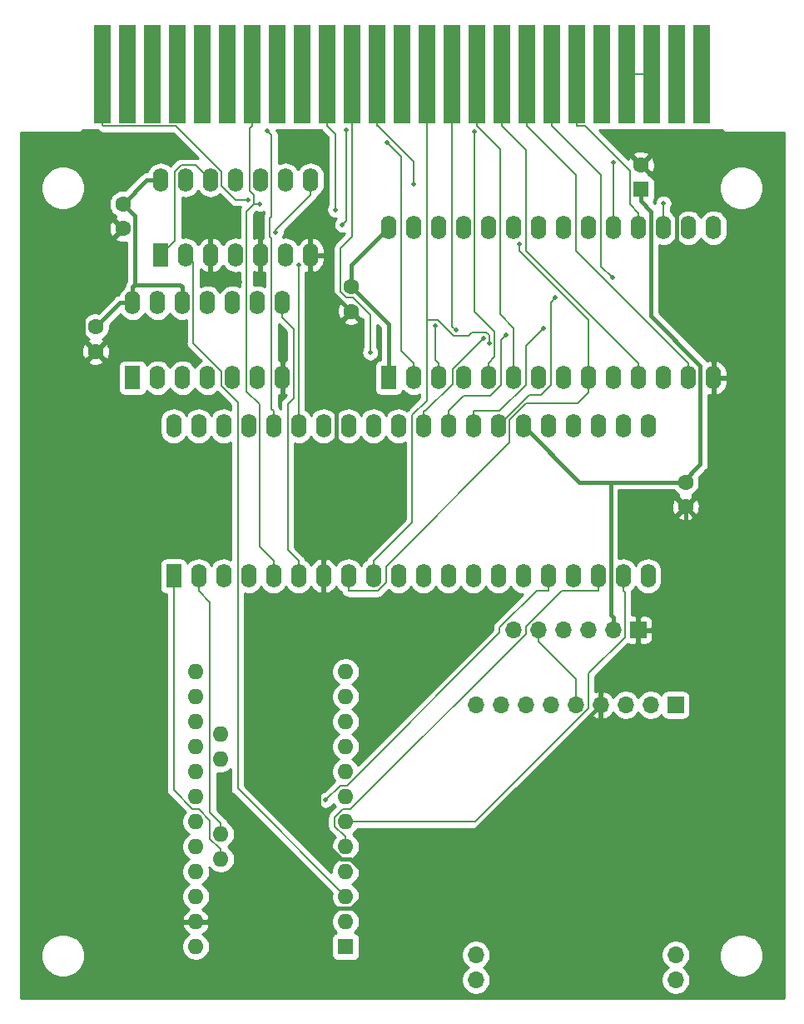
<source format=gtl>
G04 #@! TF.GenerationSoftware,KiCad,Pcbnew,(5.1.9)-1*
G04 #@! TF.CreationDate,2022-10-24T14:13:19+09:00*
G04 #@! TF.ProjectId,PC-6001mk2_SD,50432d36-3030-4316-9d6b-325f53442e6b,rev?*
G04 #@! TF.SameCoordinates,PX53920b0PY93c3260*
G04 #@! TF.FileFunction,Copper,L1,Top*
G04 #@! TF.FilePolarity,Positive*
%FSLAX46Y46*%
G04 Gerber Fmt 4.6, Leading zero omitted, Abs format (unit mm)*
G04 Created by KiCad (PCBNEW (5.1.9)-1) date 2022-10-24 14:13:19*
%MOMM*%
%LPD*%
G01*
G04 APERTURE LIST*
G04 #@! TA.AperFunction,ComponentPad*
%ADD10C,1.600000*%
G04 #@! TD*
G04 #@! TA.AperFunction,ComponentPad*
%ADD11R,1.600000X2.400000*%
G04 #@! TD*
G04 #@! TA.AperFunction,ComponentPad*
%ADD12O,1.600000X2.400000*%
G04 #@! TD*
G04 #@! TA.AperFunction,ComponentPad*
%ADD13R,1.600000X1.600000*%
G04 #@! TD*
G04 #@! TA.AperFunction,ComponentPad*
%ADD14R,1.700000X1.700000*%
G04 #@! TD*
G04 #@! TA.AperFunction,ComponentPad*
%ADD15O,1.700000X1.700000*%
G04 #@! TD*
G04 #@! TA.AperFunction,ComponentPad*
%ADD16O,1.600000X1.600000*%
G04 #@! TD*
G04 #@! TA.AperFunction,ConnectorPad*
%ADD17R,1.780000X10.000000*%
G04 #@! TD*
G04 #@! TA.AperFunction,ViaPad*
%ADD18C,0.500000*%
G04 #@! TD*
G04 #@! TA.AperFunction,Conductor*
%ADD19C,0.400000*%
G04 #@! TD*
G04 #@! TA.AperFunction,Conductor*
%ADD20C,0.200000*%
G04 #@! TD*
G04 #@! TA.AperFunction,Conductor*
%ADD21C,0.254000*%
G04 #@! TD*
G04 #@! TA.AperFunction,Conductor*
%ADD22C,0.100000*%
G04 #@! TD*
G04 APERTURE END LIST*
D10*
X68310000Y53120000D03*
X68310000Y50620000D03*
D11*
X38130000Y63730000D03*
D12*
X71150000Y78970000D03*
X40670000Y63730000D03*
X68610000Y78970000D03*
X43210000Y63730000D03*
X66070000Y78970000D03*
X45750000Y63730000D03*
X63530000Y78970000D03*
X48290000Y63730000D03*
X60990000Y78970000D03*
X50830000Y63730000D03*
X58450000Y78970000D03*
X53370000Y63730000D03*
X55910000Y78970000D03*
X55910000Y63730000D03*
X53370000Y78970000D03*
X58450000Y63730000D03*
X50830000Y78970000D03*
X60990000Y63730000D03*
X48290000Y78970000D03*
X63530000Y63730000D03*
X45750000Y78970000D03*
X66070000Y63730000D03*
X43210000Y78970000D03*
X68610000Y63730000D03*
X40670000Y78970000D03*
X71150000Y63730000D03*
X38130000Y78970000D03*
D11*
X16240000Y43595000D03*
D12*
X64500000Y58835000D03*
X18780000Y43595000D03*
X61960000Y58835000D03*
X21320000Y43595000D03*
X59420000Y58835000D03*
X23860000Y43595000D03*
X56880000Y58835000D03*
X26400000Y43595000D03*
X54340000Y58835000D03*
X28940000Y43595000D03*
X51800000Y58835000D03*
X31480000Y43595000D03*
X49260000Y58835000D03*
X34020000Y43595000D03*
X46720000Y58835000D03*
X36560000Y43595000D03*
X44180000Y58835000D03*
X39100000Y43595000D03*
X41640000Y58835000D03*
X41640000Y43595000D03*
X39100000Y58835000D03*
X44180000Y43595000D03*
X36560000Y58835000D03*
X46720000Y43595000D03*
X34020000Y58835000D03*
X49260000Y43595000D03*
X31480000Y58835000D03*
X51800000Y43595000D03*
X28940000Y58835000D03*
X54340000Y43595000D03*
X26400000Y58835000D03*
X56880000Y43595000D03*
X23860000Y58835000D03*
X59420000Y43595000D03*
X21320000Y58835000D03*
X61960000Y43595000D03*
X18780000Y58835000D03*
X64500000Y43595000D03*
X16240000Y58835000D03*
D10*
X34320000Y72955000D03*
X34320000Y70455000D03*
D13*
X63770000Y82870000D03*
D10*
X63770000Y85370000D03*
X11075000Y78890000D03*
X11075000Y81390000D03*
X8319000Y68897000D03*
X8319000Y66397000D03*
D11*
X12065000Y63730000D03*
D12*
X27305000Y71350000D03*
X14605000Y63730000D03*
X24765000Y71350000D03*
X17145000Y63730000D03*
X22225000Y71350000D03*
X19685000Y63730000D03*
X19685000Y71350000D03*
X22225000Y63730000D03*
X17145000Y71350000D03*
X24765000Y63730000D03*
X14605000Y71350000D03*
X27305000Y63730000D03*
X12065000Y71350000D03*
D14*
X67310000Y30480000D03*
D15*
X64770000Y30480000D03*
X62230000Y30480000D03*
X59690000Y30480000D03*
X57150000Y30480000D03*
X54610000Y30480000D03*
X52070000Y30480000D03*
X49530000Y30480000D03*
X46990000Y30480000D03*
X46990000Y2540000D03*
X46990000Y5080000D03*
X67310000Y2540000D03*
X67310000Y5080000D03*
D13*
X33742000Y5918000D03*
D16*
X33742000Y8458000D03*
X33742000Y10998000D03*
X18502000Y33858000D03*
X33742000Y13538000D03*
X18502000Y31318000D03*
X33742000Y16078000D03*
X18502000Y28778000D03*
X33742000Y18618000D03*
X18502000Y26238000D03*
X33742000Y21158000D03*
X18502000Y23698000D03*
X33742000Y23698000D03*
X18502000Y21158000D03*
X33742000Y26238000D03*
X18502000Y18618000D03*
X33742000Y28778000D03*
X18502000Y16078000D03*
X33742000Y31318000D03*
X18502000Y13538000D03*
X33742000Y33858000D03*
X18502000Y10998000D03*
X18502000Y8458000D03*
X18502000Y5918000D03*
X21042000Y14808000D03*
X21042000Y17348000D03*
X21042000Y24968000D03*
X21042000Y27508000D03*
D12*
X14922000Y83820000D03*
X30162000Y76200000D03*
X17462000Y83820000D03*
X27622000Y76200000D03*
X20002000Y83820000D03*
X25082000Y76200000D03*
X22542000Y83820000D03*
X22542000Y76200000D03*
X25082000Y83820000D03*
X20002000Y76200000D03*
X27622000Y83820000D03*
X17462000Y76200000D03*
X30162000Y83820000D03*
D11*
X14922000Y76200000D03*
D17*
X9000000Y94615000D03*
X11540000Y94615000D03*
X14080000Y94615000D03*
X16620000Y94615000D03*
X19160000Y94615000D03*
X21700000Y94615000D03*
X24240000Y94615000D03*
X26780000Y94615000D03*
X29320000Y94615000D03*
X31860000Y94615000D03*
X34400000Y94615000D03*
X36940000Y94615000D03*
X39480000Y94615000D03*
X42020000Y94615000D03*
X44560000Y94615000D03*
X47100000Y94615000D03*
X49640000Y94615000D03*
X52180000Y94615000D03*
X54720000Y94615000D03*
X57260000Y94615000D03*
X59800000Y94615000D03*
X62340000Y94615000D03*
X64880000Y94615000D03*
X67420000Y94615000D03*
X69960000Y94615000D03*
D14*
X63500000Y38100000D03*
D15*
X60960000Y38100000D03*
X58420000Y38100000D03*
X55880000Y38100000D03*
X53340000Y38100000D03*
X50800000Y38100000D03*
D18*
X23000000Y73500000D03*
X60862700Y73907400D03*
X47789300Y67775200D03*
X66070000Y81422100D03*
X50065000Y68103600D03*
X53886400Y68774800D03*
X55088900Y71865600D03*
X60990000Y85603500D03*
X48347400Y67201700D03*
X40655000Y83407200D03*
X51434200Y77335100D03*
X44951900Y68555900D03*
X32681700Y80816700D03*
X37926800Y87634200D03*
X46878400Y88723700D03*
X36233200Y66276600D03*
X33417000Y79281800D03*
X33790900Y88887000D03*
X42899400Y69024500D03*
X25027500Y81405400D03*
X25733700Y88818200D03*
X26626100Y78465800D03*
X31706800Y20817800D03*
X23834800Y81808700D03*
X28940000Y75222600D03*
D19*
X60960000Y38100000D02*
X60960000Y39350300D01*
X60690000Y53120000D02*
X60690000Y39620300D01*
X60690000Y39620300D02*
X60960000Y39350300D01*
X60690000Y53120000D02*
X57515000Y53120000D01*
X57515000Y53120000D02*
X51800000Y58835000D01*
X68010200Y53120000D02*
X60690000Y53120000D01*
X38130000Y63730000D02*
X38130000Y69145000D01*
X38130000Y69145000D02*
X34320000Y72955000D01*
X63770000Y82870000D02*
X63770000Y81669700D01*
X68010200Y53120000D02*
X69828400Y54938200D01*
X69828400Y54938200D02*
X69828400Y64960900D01*
X69828400Y64960900D02*
X64800000Y69989300D01*
X64800000Y69989300D02*
X64800000Y80639700D01*
X64800000Y80639700D02*
X63770000Y81669700D01*
X68310000Y53120000D02*
X68010200Y53120000D01*
X12297200Y73182500D02*
X12297200Y80167800D01*
X12297200Y80167800D02*
X11075000Y81390000D01*
X12065000Y72950300D02*
X12297200Y73182500D01*
X12297200Y73182500D02*
X16912800Y73182500D01*
X16912800Y73182500D02*
X17145000Y72950300D01*
X17145000Y71350000D02*
X17145000Y72950300D01*
X12065000Y71350000D02*
X12065000Y72950300D01*
X12065000Y71350000D02*
X10772000Y71350000D01*
X10772000Y71350000D02*
X8319000Y68897000D01*
X14922000Y83820000D02*
X13505000Y83820000D01*
X13505000Y83820000D02*
X11075000Y81390000D01*
X34320000Y72955000D02*
X34320000Y75160000D01*
X34320000Y75160000D02*
X38130000Y78970000D01*
X8319000Y66397000D02*
X7053800Y67662200D01*
X7053800Y67662200D02*
X7053800Y74868800D01*
X7053800Y74868800D02*
X11075000Y78890000D01*
X63500000Y38100000D02*
X63500000Y39350300D01*
X63500000Y39350300D02*
X68310000Y44160300D01*
X68310000Y44160300D02*
X68310000Y50620000D01*
X59690000Y31730300D02*
X63500000Y35540300D01*
X63500000Y35540300D02*
X63500000Y38100000D01*
X59690000Y30480000D02*
X59690000Y31730300D01*
X30162000Y76200000D02*
X30162000Y74599700D01*
X34320000Y70455000D02*
X30175300Y74599700D01*
X30175300Y74599700D02*
X30162000Y74599700D01*
X34320000Y70455000D02*
X32750000Y68885000D01*
X32750000Y68885000D02*
X32750000Y46465300D01*
X32750000Y46465300D02*
X31480000Y45195300D01*
X36756400Y12243200D02*
X34191600Y14808000D01*
X34191600Y14808000D02*
X33291500Y14808000D01*
X33291500Y14808000D02*
X31050700Y17048800D01*
X31050700Y17048800D02*
X31050700Y41565400D01*
X31050700Y41565400D02*
X31480000Y41994700D01*
X59690000Y30480000D02*
X41453200Y12243200D01*
X41453200Y12243200D02*
X36756400Y12243200D01*
X19702300Y8458000D02*
X21041900Y9797600D01*
X21041900Y9797600D02*
X34310800Y9797600D01*
X34310800Y9797600D02*
X36756400Y12243200D01*
X31480000Y43595000D02*
X31480000Y41994700D01*
X31480000Y44395200D02*
X31480000Y43595000D01*
X18502000Y8458000D02*
X19702300Y8458000D01*
X31480000Y44395200D02*
X31480000Y45195300D01*
X71150000Y63730000D02*
X71150000Y65330300D01*
X71150000Y65330300D02*
X67408900Y69071400D01*
X67408900Y69071400D02*
X67408900Y81731100D01*
X67408900Y81731100D02*
X63770000Y85370000D01*
X68310000Y50620000D02*
X71150000Y53460000D01*
X71150000Y53460000D02*
X71150000Y63730000D01*
X23000000Y73500000D02*
X21000000Y73500000D01*
X20002000Y74498000D02*
X20002000Y76200000D01*
X21000000Y73500000D02*
X20002000Y74498000D01*
D20*
X49640000Y89314700D02*
X52100000Y86854700D01*
X52100000Y86854700D02*
X52100000Y76660300D01*
X52100000Y76660300D02*
X63530000Y65230300D01*
X63530000Y63730000D02*
X63530000Y65230300D01*
X49640000Y94615000D02*
X49640000Y89314700D01*
X52180000Y89314700D02*
X57180000Y84314700D01*
X57180000Y84314700D02*
X57180000Y76660300D01*
X57180000Y76660300D02*
X68610000Y65230300D01*
X68610000Y63730000D02*
X68610000Y65230300D01*
X52180000Y94615000D02*
X52180000Y89314700D01*
X54720000Y89314700D02*
X59720000Y84314700D01*
X59720000Y84314700D02*
X59720000Y75050100D01*
X59720000Y75050100D02*
X60862700Y73907400D01*
X54720000Y94615000D02*
X54720000Y89314700D01*
X41640000Y60335300D02*
X41868000Y60335300D01*
X41868000Y60335300D02*
X44621700Y63089000D01*
X44621700Y63089000D02*
X44621700Y64607600D01*
X44621700Y64607600D02*
X47789300Y67775200D01*
X41640000Y58835000D02*
X41640000Y60335300D01*
X66070000Y78970000D02*
X66070000Y81422100D01*
X44180000Y58835000D02*
X44180000Y60335300D01*
X44180000Y60335300D02*
X45760600Y61915900D01*
X45760600Y61915900D02*
X48482400Y61915900D01*
X48482400Y61915900D02*
X49560000Y62993500D01*
X49560000Y62993500D02*
X49560000Y67598600D01*
X49560000Y67598600D02*
X50065000Y68103600D01*
X46720000Y58835000D02*
X46720000Y60335300D01*
X53886400Y68774800D02*
X52100000Y66988400D01*
X52100000Y66988400D02*
X52100000Y63036800D01*
X52100000Y63036800D02*
X49398500Y60335300D01*
X49398500Y60335300D02*
X46720000Y60335300D01*
X63530000Y78970000D02*
X63530000Y80470300D01*
X57260000Y94615000D02*
X57260000Y89314700D01*
X57260000Y89314700D02*
X58078300Y89314700D01*
X58078300Y89314700D02*
X62669600Y84723400D01*
X62669600Y84723400D02*
X62669600Y81330700D01*
X62669600Y81330700D02*
X63530000Y80470300D01*
X55088900Y71865600D02*
X54640000Y71416700D01*
X54640000Y71416700D02*
X54640000Y62997400D01*
X54640000Y62997400D02*
X53634200Y61991600D01*
X53634200Y61991600D02*
X52416600Y61991600D01*
X52416600Y61991600D02*
X49260000Y58835000D01*
X60990000Y85603500D02*
X60990000Y78970000D01*
X48347400Y67201700D02*
X48347400Y68042100D01*
X48347400Y68042100D02*
X48062000Y68327500D01*
X48062000Y68327500D02*
X46611200Y68327500D01*
X46611200Y68327500D02*
X46270800Y67987100D01*
X46270800Y67987100D02*
X44724000Y67987100D01*
X44724000Y67987100D02*
X43113200Y69597900D01*
X43113200Y69597900D02*
X42020000Y69597900D01*
X42020000Y69597900D02*
X42020000Y61415200D01*
X42020000Y61415200D02*
X40524700Y59919900D01*
X40524700Y59919900D02*
X40524700Y49060000D01*
X40524700Y49060000D02*
X36560000Y45095300D01*
X42020000Y94615000D02*
X42020000Y69597900D01*
X36560000Y43595000D02*
X36560000Y45095300D01*
X36940000Y89314700D02*
X37038000Y89314700D01*
X37038000Y89314700D02*
X40655000Y85697700D01*
X40655000Y85697700D02*
X40655000Y83407200D01*
X36940000Y94615000D02*
X36940000Y89314700D01*
X58450000Y63730000D02*
X58450000Y62229700D01*
X58450000Y62229700D02*
X57343100Y61122800D01*
X57343100Y61122800D02*
X52114100Y61122800D01*
X52114100Y61122800D02*
X50439100Y59447800D01*
X50439100Y59447800D02*
X50439100Y57134300D01*
X50439100Y57134300D02*
X37830000Y44525200D01*
X37830000Y44525200D02*
X37830000Y42901400D01*
X37830000Y42901400D02*
X37023300Y42094700D01*
X37023300Y42094700D02*
X34020000Y42094700D01*
X51434200Y77335100D02*
X51434200Y76614500D01*
X51434200Y76614500D02*
X58450000Y69598700D01*
X58450000Y69598700D02*
X58450000Y63730000D01*
X34020000Y43595000D02*
X34020000Y42094700D01*
X44560000Y94615000D02*
X44560000Y68947800D01*
X44560000Y68947800D02*
X44951900Y68555900D01*
X31860000Y94615000D02*
X31860000Y89314700D01*
X31860000Y89314700D02*
X32681700Y88493000D01*
X32681700Y88493000D02*
X32681700Y80816700D01*
X50830000Y65230300D02*
X50830000Y68786400D01*
X50830000Y68786400D02*
X49430600Y70185800D01*
X49430600Y70185800D02*
X49430600Y86984100D01*
X49430600Y86984100D02*
X47100000Y89314700D01*
X50830000Y63730000D02*
X50830000Y65230300D01*
X47100000Y94615000D02*
X47100000Y89314700D01*
X40670000Y65230300D02*
X39406100Y66494200D01*
X39406100Y66494200D02*
X39406100Y86154900D01*
X39406100Y86154900D02*
X37926800Y87634200D01*
X40670000Y63730000D02*
X40670000Y65230300D01*
X48290000Y65230300D02*
X48900300Y65840600D01*
X48900300Y65840600D02*
X48900300Y68452000D01*
X48900300Y68452000D02*
X46878400Y70473900D01*
X46878400Y70473900D02*
X46878400Y88723700D01*
X48290000Y63730000D02*
X48290000Y65230300D01*
X34400000Y89314700D02*
X34400000Y78080400D01*
X34400000Y78080400D02*
X33205700Y76886100D01*
X33205700Y76886100D02*
X33205700Y72483100D01*
X33205700Y72483100D02*
X33842100Y71846700D01*
X33842100Y71846700D02*
X34501000Y71846700D01*
X34501000Y71846700D02*
X36233100Y70114600D01*
X36233100Y70114600D02*
X36233100Y66276600D01*
X36233100Y66276600D02*
X36233200Y66276600D01*
X34400000Y94615000D02*
X34400000Y89314700D01*
X33417000Y79281800D02*
X33790900Y79655700D01*
X33790900Y79655700D02*
X33790900Y88887000D01*
X42899400Y69024500D02*
X42899400Y65540900D01*
X42899400Y65540900D02*
X43210000Y65230300D01*
X43210000Y63730000D02*
X43210000Y65230300D01*
X24426100Y81405400D02*
X25027500Y81405400D01*
X24426100Y81405400D02*
X23664600Y80643900D01*
X23664600Y80643900D02*
X23664600Y62314700D01*
X23664600Y62314700D02*
X24960400Y61018900D01*
X24960400Y61018900D02*
X24960400Y46534900D01*
X24960400Y46534900D02*
X26400000Y45095300D01*
X24240000Y89314700D02*
X23975100Y89049800D01*
X23975100Y89049800D02*
X23975100Y82712500D01*
X23975100Y82712500D02*
X24426100Y82261500D01*
X24426100Y82261500D02*
X24426100Y81405400D01*
X26400000Y43595000D02*
X26400000Y45095300D01*
X24240000Y94615000D02*
X24240000Y89314700D01*
X26400000Y58835000D02*
X26400000Y60335300D01*
X25733700Y88818200D02*
X26191000Y88360900D01*
X26191000Y88360900D02*
X26191000Y80114200D01*
X26191000Y80114200D02*
X26045400Y79968600D01*
X26045400Y79968600D02*
X26045400Y78052400D01*
X26045400Y78052400D02*
X26204500Y77893300D01*
X26204500Y77893300D02*
X26204500Y60530800D01*
X26204500Y60530800D02*
X26400000Y60335300D01*
X30162000Y82319700D02*
X26626100Y78783800D01*
X26626100Y78783800D02*
X26626100Y78465800D01*
X30162000Y83820000D02*
X30162000Y82319700D01*
X27305000Y69849700D02*
X28455300Y68699400D01*
X28455300Y68699400D02*
X28455300Y61680100D01*
X28455300Y61680100D02*
X27836500Y61061300D01*
X27836500Y61061300D02*
X27836500Y46198800D01*
X27836500Y46198800D02*
X28940000Y45095300D01*
X28940000Y43595000D02*
X28940000Y45095300D01*
X27305000Y71350000D02*
X27305000Y69849700D01*
X21042000Y14808000D02*
X21042000Y15908300D01*
X21042000Y15908300D02*
X20904300Y15908300D01*
X20904300Y15908300D02*
X19941700Y16870900D01*
X19941700Y16870900D02*
X19941700Y18734600D01*
X19941700Y18734600D02*
X18788300Y19888000D01*
X18788300Y19888000D02*
X18181500Y19888000D01*
X18181500Y19888000D02*
X16240000Y21829500D01*
X16240000Y21829500D02*
X16240000Y43595000D01*
X18780000Y43595000D02*
X18780000Y42094700D01*
X21042000Y17348000D02*
X21042000Y18448300D01*
X21042000Y18448300D02*
X19941700Y19548600D01*
X19941700Y19548600D02*
X19941700Y40933000D01*
X19941700Y40933000D02*
X18780000Y42094700D01*
X54340000Y42094700D02*
X53160400Y42094700D01*
X53160400Y42094700D02*
X49411700Y38346000D01*
X49411700Y38346000D02*
X49411700Y37811400D01*
X49411700Y37811400D02*
X33886700Y22286400D01*
X33886700Y22286400D02*
X33175400Y22286400D01*
X33175400Y22286400D02*
X31706800Y20817800D01*
X54340000Y43595000D02*
X54340000Y42094700D01*
X59420000Y43595000D02*
X59420000Y42094700D01*
X33742000Y16078000D02*
X33742000Y17178300D01*
X33742000Y17178300D02*
X33604500Y17178300D01*
X33604500Y17178300D02*
X32634500Y18148300D01*
X32634500Y18148300D02*
X32634500Y19071700D01*
X32634500Y19071700D02*
X33450800Y19888000D01*
X33450800Y19888000D02*
X34252200Y19888000D01*
X34252200Y19888000D02*
X52070000Y37705800D01*
X52070000Y37705800D02*
X52070000Y38459700D01*
X52070000Y38459700D02*
X55705000Y42094700D01*
X55705000Y42094700D02*
X59420000Y42094700D01*
X61960000Y43595000D02*
X61960000Y42094700D01*
X33742000Y18618000D02*
X46915000Y18618000D01*
X46915000Y18618000D02*
X58420000Y30123000D01*
X58420000Y30123000D02*
X58420000Y33659800D01*
X58420000Y33659800D02*
X62137100Y37376900D01*
X62137100Y37376900D02*
X62137100Y41917600D01*
X62137100Y41917600D02*
X61960000Y42094700D01*
X64880000Y94615000D02*
X62340000Y94615000D01*
X53340000Y38100000D02*
X53340000Y36949700D01*
X53340000Y36949700D02*
X57150000Y33139700D01*
X57150000Y33139700D02*
X57150000Y30480000D01*
X22549500Y81808700D02*
X23834800Y81808700D01*
X21102400Y84694800D02*
X21102400Y83255800D01*
X16482500Y89314700D02*
X21102400Y84694800D01*
X21102400Y83255800D02*
X22549500Y81808700D01*
X9100300Y89314700D02*
X16482500Y89314700D01*
X9000000Y89415000D02*
X9100300Y89314700D01*
X9000000Y94615000D02*
X9000000Y89415000D01*
X28940000Y58835000D02*
X28940000Y75222600D01*
X16361990Y77639990D02*
X14922000Y76200000D01*
X16361990Y84675639D02*
X16361990Y77639990D01*
X17006361Y85320010D02*
X16361990Y84675639D01*
X18501990Y85320010D02*
X17006361Y85320010D01*
X20002000Y83820000D02*
X18501990Y85320010D01*
X22759990Y21980010D02*
X33742000Y10998000D01*
X22759990Y61239361D02*
X22759990Y21980010D01*
X21124990Y62874361D02*
X22759990Y61239361D01*
X21124990Y64375010D02*
X21124990Y62874361D01*
X18245010Y67254990D02*
X21124990Y64375010D01*
X18245010Y75416990D02*
X18245010Y67254990D01*
X17462000Y76200000D02*
X18245010Y75416990D01*
D21*
X8505808Y88869746D02*
X8555041Y88820513D01*
X8578062Y88792462D01*
X8689980Y88700613D01*
X8817667Y88632363D01*
X8956215Y88590335D01*
X9064195Y88579700D01*
X9100300Y88576144D01*
X9136405Y88579700D01*
X16178054Y88579700D01*
X18742685Y86015069D01*
X18646075Y86044375D01*
X18538095Y86055010D01*
X18501990Y86058566D01*
X18465885Y86055010D01*
X17042455Y86055010D01*
X17006360Y86058565D01*
X16970265Y86055010D01*
X16970256Y86055010D01*
X16862276Y86044375D01*
X16723728Y86002347D01*
X16596041Y85934097D01*
X16484123Y85842248D01*
X16461107Y85814203D01*
X15911347Y85264442D01*
X15723100Y85418932D01*
X15473807Y85552182D01*
X15203308Y85634236D01*
X14922000Y85661943D01*
X14640691Y85634236D01*
X14370192Y85552182D01*
X14120899Y85418932D01*
X13902392Y85239607D01*
X13723068Y85021100D01*
X13589818Y84771807D01*
X13554385Y84655000D01*
X13546018Y84655000D01*
X13505000Y84659040D01*
X13341311Y84642918D01*
X13183913Y84595172D01*
X13038854Y84517636D01*
X12945189Y84440767D01*
X12911709Y84413291D01*
X12885563Y84381432D01*
X11310418Y82806286D01*
X11216335Y82825000D01*
X10933665Y82825000D01*
X10656426Y82769853D01*
X10395273Y82661680D01*
X10160241Y82504637D01*
X9960363Y82304759D01*
X9803320Y82069727D01*
X9695147Y81808574D01*
X9640000Y81531335D01*
X9640000Y81248665D01*
X9695147Y80971426D01*
X9803320Y80710273D01*
X9960363Y80475241D01*
X10160241Y80275363D01*
X10360869Y80141308D01*
X10333486Y80126671D01*
X10261903Y79882702D01*
X11075000Y79069605D01*
X11089143Y79083747D01*
X11268748Y78904142D01*
X11254605Y78890000D01*
X11268748Y78875857D01*
X11089143Y78696252D01*
X11075000Y78710395D01*
X10261903Y77897298D01*
X10333486Y77653329D01*
X10588996Y77532429D01*
X10863184Y77463700D01*
X11145512Y77449783D01*
X11425130Y77491213D01*
X11462201Y77504470D01*
X11462200Y73532003D01*
X11426248Y73488195D01*
X11367364Y73416445D01*
X11289828Y73271386D01*
X11242082Y73113988D01*
X11225960Y72950300D01*
X11228922Y72920227D01*
X11045392Y72769607D01*
X10866068Y72551100D01*
X10732818Y72301807D01*
X10696351Y72181589D01*
X10608311Y72172918D01*
X10450913Y72125172D01*
X10305854Y72047636D01*
X10236581Y71990785D01*
X10178709Y71943291D01*
X10152563Y71911432D01*
X8554418Y70313286D01*
X8460335Y70332000D01*
X8177665Y70332000D01*
X7900426Y70276853D01*
X7639273Y70168680D01*
X7404241Y70011637D01*
X7204363Y69811759D01*
X7047320Y69576727D01*
X6939147Y69315574D01*
X6884000Y69038335D01*
X6884000Y68755665D01*
X6939147Y68478426D01*
X7047320Y68217273D01*
X7204363Y67982241D01*
X7404241Y67782363D01*
X7604869Y67648308D01*
X7577486Y67633671D01*
X7505903Y67389702D01*
X8319000Y66576605D01*
X9132097Y67389702D01*
X9060514Y67633671D01*
X9031659Y67647324D01*
X9233759Y67782363D01*
X9433637Y67982241D01*
X9590680Y68217273D01*
X9698853Y68478426D01*
X9754000Y68755665D01*
X9754000Y69038335D01*
X9735286Y69132418D01*
X10826254Y70223386D01*
X10866068Y70148899D01*
X11045393Y69930392D01*
X11263900Y69751068D01*
X11513193Y69617818D01*
X11783692Y69535764D01*
X12065000Y69508057D01*
X12346309Y69535764D01*
X12616808Y69617818D01*
X12866101Y69751068D01*
X13084608Y69930392D01*
X13263932Y70148899D01*
X13335000Y70281858D01*
X13406068Y70148899D01*
X13585393Y69930392D01*
X13803900Y69751068D01*
X14053193Y69617818D01*
X14323692Y69535764D01*
X14605000Y69508057D01*
X14886309Y69535764D01*
X15156808Y69617818D01*
X15406101Y69751068D01*
X15624608Y69930392D01*
X15803932Y70148899D01*
X15875000Y70281858D01*
X15946068Y70148899D01*
X16125393Y69930392D01*
X16343900Y69751068D01*
X16593193Y69617818D01*
X16863692Y69535764D01*
X17145000Y69508057D01*
X17426309Y69535764D01*
X17510011Y69561154D01*
X17510011Y67291105D01*
X17506454Y67254990D01*
X17520645Y67110905D01*
X17550770Y67011600D01*
X17562674Y66972357D01*
X17630924Y66844670D01*
X17722773Y66732752D01*
X17750818Y66709736D01*
X19045333Y65415220D01*
X18883899Y65328932D01*
X18665392Y65149607D01*
X18486068Y64931100D01*
X18415000Y64798142D01*
X18343932Y64931101D01*
X18164607Y65149608D01*
X17946100Y65328932D01*
X17696807Y65462182D01*
X17426308Y65544236D01*
X17145000Y65571943D01*
X16863691Y65544236D01*
X16593192Y65462182D01*
X16343899Y65328932D01*
X16125392Y65149607D01*
X15946068Y64931100D01*
X15875000Y64798142D01*
X15803932Y64931101D01*
X15624607Y65149608D01*
X15406100Y65328932D01*
X15156807Y65462182D01*
X14886308Y65544236D01*
X14605000Y65571943D01*
X14323691Y65544236D01*
X14053192Y65462182D01*
X13803899Y65328932D01*
X13585392Y65149607D01*
X13492581Y65036517D01*
X13490812Y65054482D01*
X13454502Y65174180D01*
X13395537Y65284494D01*
X13316185Y65381185D01*
X13219494Y65460537D01*
X13109180Y65519502D01*
X12989482Y65555812D01*
X12865000Y65568072D01*
X11265000Y65568072D01*
X11140518Y65555812D01*
X11020820Y65519502D01*
X10910506Y65460537D01*
X10813815Y65381185D01*
X10734463Y65284494D01*
X10675498Y65174180D01*
X10639188Y65054482D01*
X10626928Y64930000D01*
X10626928Y62530000D01*
X10639188Y62405518D01*
X10675498Y62285820D01*
X10734463Y62175506D01*
X10813815Y62078815D01*
X10910506Y61999463D01*
X11020820Y61940498D01*
X11140518Y61904188D01*
X11265000Y61891928D01*
X12865000Y61891928D01*
X12989482Y61904188D01*
X13109180Y61940498D01*
X13219494Y61999463D01*
X13316185Y62078815D01*
X13395537Y62175506D01*
X13454502Y62285820D01*
X13490812Y62405518D01*
X13492581Y62423483D01*
X13585393Y62310392D01*
X13803900Y62131068D01*
X14053193Y61997818D01*
X14323692Y61915764D01*
X14605000Y61888057D01*
X14886309Y61915764D01*
X15156808Y61997818D01*
X15406101Y62131068D01*
X15624608Y62310392D01*
X15803932Y62528899D01*
X15875000Y62661858D01*
X15946068Y62528899D01*
X16125393Y62310392D01*
X16343900Y62131068D01*
X16593193Y61997818D01*
X16863692Y61915764D01*
X17145000Y61888057D01*
X17426309Y61915764D01*
X17696808Y61997818D01*
X17946101Y62131068D01*
X18164608Y62310392D01*
X18343932Y62528899D01*
X18415000Y62661858D01*
X18486068Y62528899D01*
X18665393Y62310392D01*
X18883900Y62131068D01*
X19133193Y61997818D01*
X19403692Y61915764D01*
X19685000Y61888057D01*
X19966309Y61915764D01*
X20236808Y61997818D01*
X20486101Y62131068D01*
X20674347Y62285558D01*
X22024990Y60934914D01*
X22024990Y60485304D01*
X21871807Y60567182D01*
X21601308Y60649236D01*
X21320000Y60676943D01*
X21038691Y60649236D01*
X20768192Y60567182D01*
X20518899Y60433932D01*
X20300392Y60254607D01*
X20121068Y60036100D01*
X20050000Y59903142D01*
X19978932Y60036101D01*
X19799607Y60254608D01*
X19581100Y60433932D01*
X19331807Y60567182D01*
X19061308Y60649236D01*
X18780000Y60676943D01*
X18498691Y60649236D01*
X18228192Y60567182D01*
X17978899Y60433932D01*
X17760392Y60254607D01*
X17581068Y60036100D01*
X17510000Y59903142D01*
X17438932Y60036101D01*
X17259607Y60254608D01*
X17041100Y60433932D01*
X16791807Y60567182D01*
X16521308Y60649236D01*
X16240000Y60676943D01*
X15958691Y60649236D01*
X15688192Y60567182D01*
X15438899Y60433932D01*
X15220392Y60254607D01*
X15041068Y60036100D01*
X14907818Y59786807D01*
X14825764Y59516308D01*
X14805000Y59305491D01*
X14805000Y58364508D01*
X14825764Y58153691D01*
X14907818Y57883192D01*
X15041068Y57633899D01*
X15220393Y57415392D01*
X15438900Y57236068D01*
X15688193Y57102818D01*
X15958692Y57020764D01*
X16240000Y56993057D01*
X16521309Y57020764D01*
X16791808Y57102818D01*
X17041101Y57236068D01*
X17259608Y57415392D01*
X17438932Y57633899D01*
X17510000Y57766858D01*
X17581068Y57633899D01*
X17760393Y57415392D01*
X17978900Y57236068D01*
X18228193Y57102818D01*
X18498692Y57020764D01*
X18780000Y56993057D01*
X19061309Y57020764D01*
X19331808Y57102818D01*
X19581101Y57236068D01*
X19799608Y57415392D01*
X19978932Y57633899D01*
X20050000Y57766858D01*
X20121068Y57633899D01*
X20300393Y57415392D01*
X20518900Y57236068D01*
X20768193Y57102818D01*
X21038692Y57020764D01*
X21320000Y56993057D01*
X21601309Y57020764D01*
X21871808Y57102818D01*
X22024990Y57184696D01*
X22024990Y45245304D01*
X21871807Y45327182D01*
X21601308Y45409236D01*
X21320000Y45436943D01*
X21038691Y45409236D01*
X20768192Y45327182D01*
X20518899Y45193932D01*
X20300392Y45014607D01*
X20121068Y44796100D01*
X20050000Y44663142D01*
X19978932Y44796101D01*
X19799607Y45014608D01*
X19581100Y45193932D01*
X19331807Y45327182D01*
X19061308Y45409236D01*
X18780000Y45436943D01*
X18498691Y45409236D01*
X18228192Y45327182D01*
X17978899Y45193932D01*
X17760392Y45014607D01*
X17667581Y44901517D01*
X17665812Y44919482D01*
X17629502Y45039180D01*
X17570537Y45149494D01*
X17491185Y45246185D01*
X17394494Y45325537D01*
X17284180Y45384502D01*
X17164482Y45420812D01*
X17040000Y45433072D01*
X15440000Y45433072D01*
X15315518Y45420812D01*
X15195820Y45384502D01*
X15085506Y45325537D01*
X14988815Y45246185D01*
X14909463Y45149494D01*
X14850498Y45039180D01*
X14814188Y44919482D01*
X14801928Y44795000D01*
X14801928Y42395000D01*
X14814188Y42270518D01*
X14850498Y42150820D01*
X14909463Y42040506D01*
X14988815Y41943815D01*
X15085506Y41864463D01*
X15195820Y41805498D01*
X15315518Y41769188D01*
X15440000Y41756928D01*
X15505001Y41756928D01*
X15505000Y21865605D01*
X15501444Y21829500D01*
X15505000Y21793396D01*
X15515635Y21685416D01*
X15557663Y21546868D01*
X15625913Y21419181D01*
X15717762Y21307263D01*
X15745808Y21284246D01*
X17442329Y19587725D01*
X17387363Y19532759D01*
X17230320Y19297727D01*
X17122147Y19036574D01*
X17067000Y18759335D01*
X17067000Y18476665D01*
X17122147Y18199426D01*
X17230320Y17938273D01*
X17387363Y17703241D01*
X17587241Y17503363D01*
X17819759Y17348000D01*
X17587241Y17192637D01*
X17387363Y16992759D01*
X17230320Y16757727D01*
X17122147Y16496574D01*
X17067000Y16219335D01*
X17067000Y15936665D01*
X17122147Y15659426D01*
X17230320Y15398273D01*
X17387363Y15163241D01*
X17587241Y14963363D01*
X17819759Y14808000D01*
X17587241Y14652637D01*
X17387363Y14452759D01*
X17230320Y14217727D01*
X17122147Y13956574D01*
X17067000Y13679335D01*
X17067000Y13396665D01*
X17122147Y13119426D01*
X17230320Y12858273D01*
X17387363Y12623241D01*
X17587241Y12423363D01*
X17819759Y12268000D01*
X17587241Y12112637D01*
X17387363Y11912759D01*
X17230320Y11677727D01*
X17122147Y11416574D01*
X17067000Y11139335D01*
X17067000Y10856665D01*
X17122147Y10579426D01*
X17230320Y10318273D01*
X17387363Y10083241D01*
X17587241Y9883363D01*
X17822273Y9726320D01*
X17832865Y9721933D01*
X17646869Y9610385D01*
X17438481Y9421414D01*
X17270963Y9195420D01*
X17150754Y8941087D01*
X17110096Y8807039D01*
X17232085Y8585000D01*
X18375000Y8585000D01*
X18375000Y8605000D01*
X18629000Y8605000D01*
X18629000Y8585000D01*
X19771915Y8585000D01*
X19893904Y8807039D01*
X19853246Y8941087D01*
X19733037Y9195420D01*
X19565519Y9421414D01*
X19357131Y9610385D01*
X19171135Y9721933D01*
X19181727Y9726320D01*
X19416759Y9883363D01*
X19616637Y10083241D01*
X19773680Y10318273D01*
X19881853Y10579426D01*
X19937000Y10856665D01*
X19937000Y11139335D01*
X19881853Y11416574D01*
X19773680Y11677727D01*
X19616637Y11912759D01*
X19416759Y12112637D01*
X19184241Y12268000D01*
X19416759Y12423363D01*
X19616637Y12623241D01*
X19773680Y12858273D01*
X19881853Y13119426D01*
X19937000Y13396665D01*
X19937000Y13679335D01*
X19881853Y13956574D01*
X19876646Y13969144D01*
X19927363Y13893241D01*
X20127241Y13693363D01*
X20362273Y13536320D01*
X20623426Y13428147D01*
X20900665Y13373000D01*
X21183335Y13373000D01*
X21460574Y13428147D01*
X21721727Y13536320D01*
X21956759Y13693363D01*
X22156637Y13893241D01*
X22313680Y14128273D01*
X22421853Y14389426D01*
X22477000Y14666665D01*
X22477000Y14949335D01*
X22421853Y15226574D01*
X22313680Y15487727D01*
X22156637Y15722759D01*
X21956759Y15922637D01*
X21766632Y16049676D01*
X21766365Y16052385D01*
X21752805Y16097086D01*
X21956759Y16233363D01*
X22156637Y16433241D01*
X22313680Y16668273D01*
X22421853Y16929426D01*
X22477000Y17206665D01*
X22477000Y17489335D01*
X22421853Y17766574D01*
X22313680Y18027727D01*
X22156637Y18262759D01*
X21956759Y18462637D01*
X21766632Y18589676D01*
X21766365Y18592385D01*
X21724337Y18730933D01*
X21656087Y18858620D01*
X21564238Y18970538D01*
X21536193Y18993554D01*
X20676700Y19853046D01*
X20676700Y23577550D01*
X20900665Y23533000D01*
X21183335Y23533000D01*
X21460574Y23588147D01*
X21721727Y23696320D01*
X21956759Y23853363D01*
X22024991Y23921595D01*
X22024991Y22016125D01*
X22021434Y21980010D01*
X22035625Y21835925D01*
X22076009Y21702800D01*
X22077654Y21697377D01*
X22145904Y21569690D01*
X22237753Y21457772D01*
X22265798Y21434756D01*
X32349178Y11351375D01*
X32307000Y11139335D01*
X32307000Y10856665D01*
X32362147Y10579426D01*
X32470320Y10318273D01*
X32627363Y10083241D01*
X32827241Y9883363D01*
X33059759Y9728000D01*
X32827241Y9572637D01*
X32627363Y9372759D01*
X32470320Y9137727D01*
X32362147Y8876574D01*
X32307000Y8599335D01*
X32307000Y8316665D01*
X32362147Y8039426D01*
X32470320Y7778273D01*
X32627363Y7543241D01*
X32825961Y7344643D01*
X32817518Y7343812D01*
X32697820Y7307502D01*
X32587506Y7248537D01*
X32490815Y7169185D01*
X32411463Y7072494D01*
X32352498Y6962180D01*
X32316188Y6842482D01*
X32303928Y6718000D01*
X32303928Y5118000D01*
X32316188Y4993518D01*
X32352498Y4873820D01*
X32411463Y4763506D01*
X32490815Y4666815D01*
X32587506Y4587463D01*
X32697820Y4528498D01*
X32817518Y4492188D01*
X32942000Y4479928D01*
X34542000Y4479928D01*
X34666482Y4492188D01*
X34786180Y4528498D01*
X34896494Y4587463D01*
X34993185Y4666815D01*
X35072537Y4763506D01*
X35131502Y4873820D01*
X35167812Y4993518D01*
X35180072Y5118000D01*
X35180072Y5226260D01*
X45505000Y5226260D01*
X45505000Y4933740D01*
X45562068Y4646842D01*
X45674010Y4376589D01*
X45836525Y4133368D01*
X46043368Y3926525D01*
X46217760Y3810000D01*
X46043368Y3693475D01*
X45836525Y3486632D01*
X45674010Y3243411D01*
X45562068Y2973158D01*
X45505000Y2686260D01*
X45505000Y2393740D01*
X45562068Y2106842D01*
X45674010Y1836589D01*
X45836525Y1593368D01*
X46043368Y1386525D01*
X46286589Y1224010D01*
X46556842Y1112068D01*
X46843740Y1055000D01*
X47136260Y1055000D01*
X47423158Y1112068D01*
X47693411Y1224010D01*
X47936632Y1386525D01*
X48143475Y1593368D01*
X48305990Y1836589D01*
X48417932Y2106842D01*
X48475000Y2393740D01*
X48475000Y2686260D01*
X48417932Y2973158D01*
X48305990Y3243411D01*
X48143475Y3486632D01*
X47936632Y3693475D01*
X47762240Y3810000D01*
X47936632Y3926525D01*
X48143475Y4133368D01*
X48305990Y4376589D01*
X48417932Y4646842D01*
X48475000Y4933740D01*
X48475000Y5226260D01*
X65825000Y5226260D01*
X65825000Y4933740D01*
X65882068Y4646842D01*
X65994010Y4376589D01*
X66156525Y4133368D01*
X66363368Y3926525D01*
X66537760Y3810000D01*
X66363368Y3693475D01*
X66156525Y3486632D01*
X65994010Y3243411D01*
X65882068Y2973158D01*
X65825000Y2686260D01*
X65825000Y2393740D01*
X65882068Y2106842D01*
X65994010Y1836589D01*
X66156525Y1593368D01*
X66363368Y1386525D01*
X66606589Y1224010D01*
X66876842Y1112068D01*
X67163740Y1055000D01*
X67456260Y1055000D01*
X67743158Y1112068D01*
X68013411Y1224010D01*
X68256632Y1386525D01*
X68463475Y1593368D01*
X68625990Y1836589D01*
X68737932Y2106842D01*
X68795000Y2393740D01*
X68795000Y2686260D01*
X68737932Y2973158D01*
X68625990Y3243411D01*
X68463475Y3486632D01*
X68256632Y3693475D01*
X68082240Y3810000D01*
X68256632Y3926525D01*
X68463475Y4133368D01*
X68625990Y4376589D01*
X68737932Y4646842D01*
X68795000Y4933740D01*
X68795000Y5220128D01*
X71765000Y5220128D01*
X71765000Y4779872D01*
X71850890Y4348075D01*
X72019369Y3941331D01*
X72263962Y3575271D01*
X72575271Y3263962D01*
X72941331Y3019369D01*
X73348075Y2850890D01*
X73779872Y2765000D01*
X74220128Y2765000D01*
X74651925Y2850890D01*
X75058669Y3019369D01*
X75424729Y3263962D01*
X75736038Y3575271D01*
X75980631Y3941331D01*
X76149110Y4348075D01*
X76235000Y4779872D01*
X76235000Y5220128D01*
X76149110Y5651925D01*
X75980631Y6058669D01*
X75736038Y6424729D01*
X75424729Y6736038D01*
X75058669Y6980631D01*
X74651925Y7149110D01*
X74220128Y7235000D01*
X73779872Y7235000D01*
X73348075Y7149110D01*
X72941331Y6980631D01*
X72575271Y6736038D01*
X72263962Y6424729D01*
X72019369Y6058669D01*
X71850890Y5651925D01*
X71765000Y5220128D01*
X68795000Y5220128D01*
X68795000Y5226260D01*
X68737932Y5513158D01*
X68625990Y5783411D01*
X68463475Y6026632D01*
X68256632Y6233475D01*
X68013411Y6395990D01*
X67743158Y6507932D01*
X67456260Y6565000D01*
X67163740Y6565000D01*
X66876842Y6507932D01*
X66606589Y6395990D01*
X66363368Y6233475D01*
X66156525Y6026632D01*
X65994010Y5783411D01*
X65882068Y5513158D01*
X65825000Y5226260D01*
X48475000Y5226260D01*
X48417932Y5513158D01*
X48305990Y5783411D01*
X48143475Y6026632D01*
X47936632Y6233475D01*
X47693411Y6395990D01*
X47423158Y6507932D01*
X47136260Y6565000D01*
X46843740Y6565000D01*
X46556842Y6507932D01*
X46286589Y6395990D01*
X46043368Y6233475D01*
X45836525Y6026632D01*
X45674010Y5783411D01*
X45562068Y5513158D01*
X45505000Y5226260D01*
X35180072Y5226260D01*
X35180072Y6718000D01*
X35167812Y6842482D01*
X35131502Y6962180D01*
X35072537Y7072494D01*
X34993185Y7169185D01*
X34896494Y7248537D01*
X34786180Y7307502D01*
X34666482Y7343812D01*
X34658039Y7344643D01*
X34856637Y7543241D01*
X35013680Y7778273D01*
X35121853Y8039426D01*
X35177000Y8316665D01*
X35177000Y8599335D01*
X35121853Y8876574D01*
X35013680Y9137727D01*
X34856637Y9372759D01*
X34656759Y9572637D01*
X34424241Y9728000D01*
X34656759Y9883363D01*
X34856637Y10083241D01*
X35013680Y10318273D01*
X35121853Y10579426D01*
X35177000Y10856665D01*
X35177000Y11139335D01*
X35121853Y11416574D01*
X35013680Y11677727D01*
X34856637Y11912759D01*
X34656759Y12112637D01*
X34424241Y12268000D01*
X34656759Y12423363D01*
X34856637Y12623241D01*
X35013680Y12858273D01*
X35121853Y13119426D01*
X35177000Y13396665D01*
X35177000Y13679335D01*
X35121853Y13956574D01*
X35013680Y14217727D01*
X34856637Y14452759D01*
X34656759Y14652637D01*
X34424241Y14808000D01*
X34656759Y14963363D01*
X34856637Y15163241D01*
X35013680Y15398273D01*
X35121853Y15659426D01*
X35177000Y15936665D01*
X35177000Y16219335D01*
X35121853Y16496574D01*
X35013680Y16757727D01*
X34856637Y16992759D01*
X34656759Y17192637D01*
X34466632Y17319676D01*
X34466365Y17322385D01*
X34452805Y17367086D01*
X34656759Y17503363D01*
X34856637Y17703241D01*
X34976748Y17883000D01*
X46878895Y17883000D01*
X46915000Y17879444D01*
X46951105Y17883000D01*
X47059085Y17893635D01*
X47197633Y17935663D01*
X47325320Y18003913D01*
X47437238Y18095762D01*
X47460259Y18123813D01*
X58706415Y29369968D01*
X58923080Y29208359D01*
X59185901Y29083175D01*
X59333110Y29038524D01*
X59563000Y29159845D01*
X59563000Y30353000D01*
X59543000Y30353000D01*
X59543000Y30607000D01*
X59563000Y30607000D01*
X59563000Y31800155D01*
X59817000Y31800155D01*
X59817000Y30607000D01*
X59837000Y30607000D01*
X59837000Y30353000D01*
X59817000Y30353000D01*
X59817000Y29159845D01*
X60046890Y29038524D01*
X60194099Y29083175D01*
X60456920Y29208359D01*
X60690269Y29382412D01*
X60885178Y29598645D01*
X60954805Y29715534D01*
X61076525Y29533368D01*
X61283368Y29326525D01*
X61526589Y29164010D01*
X61796842Y29052068D01*
X62083740Y28995000D01*
X62376260Y28995000D01*
X62663158Y29052068D01*
X62933411Y29164010D01*
X63176632Y29326525D01*
X63383475Y29533368D01*
X63500000Y29707760D01*
X63616525Y29533368D01*
X63823368Y29326525D01*
X64066589Y29164010D01*
X64336842Y29052068D01*
X64623740Y28995000D01*
X64916260Y28995000D01*
X65203158Y29052068D01*
X65473411Y29164010D01*
X65716632Y29326525D01*
X65848487Y29458380D01*
X65870498Y29385820D01*
X65929463Y29275506D01*
X66008815Y29178815D01*
X66105506Y29099463D01*
X66215820Y29040498D01*
X66335518Y29004188D01*
X66460000Y28991928D01*
X68160000Y28991928D01*
X68284482Y29004188D01*
X68404180Y29040498D01*
X68514494Y29099463D01*
X68611185Y29178815D01*
X68690537Y29275506D01*
X68749502Y29385820D01*
X68785812Y29505518D01*
X68798072Y29630000D01*
X68798072Y31330000D01*
X68785812Y31454482D01*
X68749502Y31574180D01*
X68690537Y31684494D01*
X68611185Y31781185D01*
X68514494Y31860537D01*
X68404180Y31919502D01*
X68284482Y31955812D01*
X68160000Y31968072D01*
X66460000Y31968072D01*
X66335518Y31955812D01*
X66215820Y31919502D01*
X66105506Y31860537D01*
X66008815Y31781185D01*
X65929463Y31684494D01*
X65870498Y31574180D01*
X65848487Y31501620D01*
X65716632Y31633475D01*
X65473411Y31795990D01*
X65203158Y31907932D01*
X64916260Y31965000D01*
X64623740Y31965000D01*
X64336842Y31907932D01*
X64066589Y31795990D01*
X63823368Y31633475D01*
X63616525Y31426632D01*
X63500000Y31252240D01*
X63383475Y31426632D01*
X63176632Y31633475D01*
X62933411Y31795990D01*
X62663158Y31907932D01*
X62376260Y31965000D01*
X62083740Y31965000D01*
X61796842Y31907932D01*
X61526589Y31795990D01*
X61283368Y31633475D01*
X61076525Y31426632D01*
X60954805Y31244466D01*
X60885178Y31361355D01*
X60690269Y31577588D01*
X60456920Y31751641D01*
X60194099Y31876825D01*
X60046890Y31921476D01*
X59817000Y31800155D01*
X59563000Y31800155D01*
X59333110Y31921476D01*
X59185901Y31876825D01*
X59155000Y31862107D01*
X59155000Y33355354D01*
X62447501Y36647854D01*
X62525518Y36624188D01*
X62650000Y36611928D01*
X63214250Y36615000D01*
X63373000Y36773750D01*
X63373000Y37973000D01*
X63627000Y37973000D01*
X63627000Y36773750D01*
X63785750Y36615000D01*
X64350000Y36611928D01*
X64474482Y36624188D01*
X64594180Y36660498D01*
X64704494Y36719463D01*
X64801185Y36798815D01*
X64880537Y36895506D01*
X64939502Y37005820D01*
X64975812Y37125518D01*
X64988072Y37250000D01*
X64985000Y37814250D01*
X64826250Y37973000D01*
X63627000Y37973000D01*
X63373000Y37973000D01*
X63353000Y37973000D01*
X63353000Y38227000D01*
X63373000Y38227000D01*
X63373000Y39426250D01*
X63627000Y39426250D01*
X63627000Y38227000D01*
X64826250Y38227000D01*
X64985000Y38385750D01*
X64988072Y38950000D01*
X64975812Y39074482D01*
X64939502Y39194180D01*
X64880537Y39304494D01*
X64801185Y39401185D01*
X64704494Y39480537D01*
X64594180Y39539502D01*
X64474482Y39575812D01*
X64350000Y39588072D01*
X63785750Y39585000D01*
X63627000Y39426250D01*
X63373000Y39426250D01*
X63214250Y39585000D01*
X62872100Y39586863D01*
X62872100Y41881506D01*
X62875655Y41917601D01*
X62872100Y41953696D01*
X62872100Y41953705D01*
X62861465Y42061685D01*
X62857397Y42075096D01*
X62979608Y42175392D01*
X63158932Y42393899D01*
X63230000Y42526858D01*
X63301068Y42393899D01*
X63480393Y42175392D01*
X63698900Y41996068D01*
X63948193Y41862818D01*
X64218692Y41780764D01*
X64500000Y41753057D01*
X64781309Y41780764D01*
X65051808Y41862818D01*
X65301101Y41996068D01*
X65519608Y42175392D01*
X65698932Y42393899D01*
X65832182Y42643192D01*
X65914236Y42913691D01*
X65935000Y43124509D01*
X65935000Y44065492D01*
X65914236Y44276309D01*
X65832182Y44546808D01*
X65698932Y44796101D01*
X65519607Y45014608D01*
X65301100Y45193932D01*
X65051807Y45327182D01*
X64781308Y45409236D01*
X64500000Y45436943D01*
X64218691Y45409236D01*
X63948192Y45327182D01*
X63698899Y45193932D01*
X63480392Y45014607D01*
X63301068Y44796100D01*
X63230000Y44663142D01*
X63158932Y44796101D01*
X62979607Y45014608D01*
X62761100Y45193932D01*
X62511807Y45327182D01*
X62241308Y45409236D01*
X61960000Y45436943D01*
X61678691Y45409236D01*
X61525000Y45362615D01*
X61525000Y49627298D01*
X67496903Y49627298D01*
X67568486Y49383329D01*
X67823996Y49262429D01*
X68098184Y49193700D01*
X68380512Y49179783D01*
X68660130Y49221213D01*
X68926292Y49316397D01*
X69051514Y49383329D01*
X69123097Y49627298D01*
X68310000Y50440395D01*
X67496903Y49627298D01*
X61525000Y49627298D01*
X61525000Y50549488D01*
X66869783Y50549488D01*
X66911213Y50269870D01*
X67006397Y50003708D01*
X67073329Y49878486D01*
X67317298Y49806903D01*
X68130395Y50620000D01*
X68489605Y50620000D01*
X69302702Y49806903D01*
X69546671Y49878486D01*
X69667571Y50133996D01*
X69736300Y50408184D01*
X69750217Y50690512D01*
X69708787Y50970130D01*
X69613603Y51236292D01*
X69546671Y51361514D01*
X69302702Y51433097D01*
X68489605Y50620000D01*
X68130395Y50620000D01*
X67317298Y51433097D01*
X67073329Y51361514D01*
X66952429Y51106004D01*
X66883700Y50831816D01*
X66869783Y50549488D01*
X61525000Y50549488D01*
X61525000Y52285000D01*
X67142070Y52285000D01*
X67195363Y52205241D01*
X67395241Y52005363D01*
X67595869Y51871308D01*
X67568486Y51856671D01*
X67496903Y51612702D01*
X68310000Y50799605D01*
X69123097Y51612702D01*
X69051514Y51856671D01*
X69022659Y51870324D01*
X69224759Y52005363D01*
X69424637Y52205241D01*
X69581680Y52440273D01*
X69689853Y52701426D01*
X69745000Y52978665D01*
X69745000Y53261335D01*
X69689853Y53538574D01*
X69666360Y53595292D01*
X70389828Y54318760D01*
X70421691Y54344909D01*
X70526036Y54472054D01*
X70603572Y54617113D01*
X70651318Y54774511D01*
X70663400Y54897181D01*
X70663400Y54897182D01*
X70667440Y54938199D01*
X70663400Y54979218D01*
X70663400Y61978963D01*
X70718182Y61955633D01*
X70800961Y61938096D01*
X71023000Y62060085D01*
X71023000Y63603000D01*
X71277000Y63603000D01*
X71277000Y62060085D01*
X71499039Y61938096D01*
X71581818Y61955633D01*
X71841646Y62066285D01*
X72074895Y62225500D01*
X72272601Y62427161D01*
X72427166Y62663517D01*
X72532650Y62925486D01*
X72585000Y63203000D01*
X72585000Y63603000D01*
X71277000Y63603000D01*
X71023000Y63603000D01*
X71003000Y63603000D01*
X71003000Y63857000D01*
X71023000Y63857000D01*
X71023000Y65399915D01*
X71277000Y65399915D01*
X71277000Y63857000D01*
X72585000Y63857000D01*
X72585000Y64257000D01*
X72532650Y64534514D01*
X72427166Y64796483D01*
X72272601Y65032839D01*
X72074895Y65234500D01*
X71841646Y65393715D01*
X71581818Y65504367D01*
X71499039Y65521904D01*
X71277000Y65399915D01*
X71023000Y65399915D01*
X70800961Y65521904D01*
X70718182Y65504367D01*
X70527999Y65423374D01*
X70526036Y65427046D01*
X70421691Y65554191D01*
X70389827Y65580341D01*
X65635000Y70335167D01*
X65635000Y77202385D01*
X65788692Y77155764D01*
X66070000Y77128057D01*
X66351309Y77155764D01*
X66621808Y77237818D01*
X66871101Y77371068D01*
X67089608Y77550392D01*
X67268932Y77768899D01*
X67340000Y77901858D01*
X67411068Y77768899D01*
X67590393Y77550392D01*
X67808900Y77371068D01*
X68058193Y77237818D01*
X68328692Y77155764D01*
X68610000Y77128057D01*
X68891309Y77155764D01*
X69161808Y77237818D01*
X69411101Y77371068D01*
X69629608Y77550392D01*
X69808932Y77768899D01*
X69880000Y77901858D01*
X69951068Y77768899D01*
X70130393Y77550392D01*
X70348900Y77371068D01*
X70598193Y77237818D01*
X70868692Y77155764D01*
X71150000Y77128057D01*
X71431309Y77155764D01*
X71701808Y77237818D01*
X71951101Y77371068D01*
X72169608Y77550392D01*
X72348932Y77768899D01*
X72482182Y78018192D01*
X72564236Y78288691D01*
X72585000Y78499509D01*
X72585000Y79440492D01*
X72564236Y79651309D01*
X72482182Y79921808D01*
X72348932Y80171101D01*
X72169607Y80389608D01*
X71951100Y80568932D01*
X71701807Y80702182D01*
X71431308Y80784236D01*
X71150000Y80811943D01*
X70868691Y80784236D01*
X70598192Y80702182D01*
X70348899Y80568932D01*
X70130392Y80389607D01*
X69951068Y80171100D01*
X69880000Y80038142D01*
X69808932Y80171101D01*
X69629607Y80389608D01*
X69411100Y80568932D01*
X69161807Y80702182D01*
X68891308Y80784236D01*
X68610000Y80811943D01*
X68328691Y80784236D01*
X68058192Y80702182D01*
X67808899Y80568932D01*
X67590392Y80389607D01*
X67411068Y80171100D01*
X67340000Y80038142D01*
X67268932Y80171101D01*
X67089607Y80389608D01*
X66871100Y80568932D01*
X66805000Y80604263D01*
X66805000Y80929147D01*
X66854277Y81002895D01*
X66920990Y81163955D01*
X66955000Y81334935D01*
X66955000Y81509265D01*
X66920990Y81680245D01*
X66854277Y81841305D01*
X66757424Y81986255D01*
X66634155Y82109524D01*
X66489205Y82206377D01*
X66328145Y82273090D01*
X66157165Y82307100D01*
X65982835Y82307100D01*
X65811855Y82273090D01*
X65650795Y82206377D01*
X65505845Y82109524D01*
X65382576Y81986255D01*
X65285723Y81841305D01*
X65219010Y81680245D01*
X65185000Y81509265D01*
X65185000Y81435568D01*
X65010512Y81610056D01*
X65021185Y81618815D01*
X65100537Y81715506D01*
X65159502Y81825820D01*
X65195812Y81945518D01*
X65208072Y82070000D01*
X65208072Y83220128D01*
X71765000Y83220128D01*
X71765000Y82779872D01*
X71850890Y82348075D01*
X72019369Y81941331D01*
X72263962Y81575271D01*
X72575271Y81263962D01*
X72941331Y81019369D01*
X73348075Y80850890D01*
X73779872Y80765000D01*
X74220128Y80765000D01*
X74651925Y80850890D01*
X75058669Y81019369D01*
X75424729Y81263962D01*
X75736038Y81575271D01*
X75980631Y81941331D01*
X76149110Y82348075D01*
X76235000Y82779872D01*
X76235000Y83220128D01*
X76149110Y83651925D01*
X75980631Y84058669D01*
X75736038Y84424729D01*
X75424729Y84736038D01*
X75058669Y84980631D01*
X74651925Y85149110D01*
X74220128Y85235000D01*
X73779872Y85235000D01*
X73348075Y85149110D01*
X72941331Y84980631D01*
X72575271Y84736038D01*
X72263962Y84424729D01*
X72019369Y84058669D01*
X71850890Y83651925D01*
X71765000Y83220128D01*
X65208072Y83220128D01*
X65208072Y83670000D01*
X65195812Y83794482D01*
X65159502Y83914180D01*
X65100537Y84024494D01*
X65021185Y84121185D01*
X64924494Y84200537D01*
X64814180Y84259502D01*
X64694482Y84295812D01*
X64570000Y84308072D01*
X64562785Y84308072D01*
X64583097Y84377298D01*
X63770000Y85190395D01*
X63755858Y85176252D01*
X63576253Y85355857D01*
X63590395Y85370000D01*
X63949605Y85370000D01*
X64762702Y84556903D01*
X65006671Y84628486D01*
X65127571Y84883996D01*
X65196300Y85158184D01*
X65210217Y85440512D01*
X65168787Y85720130D01*
X65073603Y85986292D01*
X65006671Y86111514D01*
X64762702Y86183097D01*
X63949605Y85370000D01*
X63590395Y85370000D01*
X62777298Y86183097D01*
X62533329Y86111514D01*
X62465109Y85967338D01*
X62069745Y86362702D01*
X62956903Y86362702D01*
X63770000Y85549605D01*
X64583097Y86362702D01*
X64511514Y86606671D01*
X64256004Y86727571D01*
X63981816Y86796300D01*
X63699488Y86810217D01*
X63419870Y86768787D01*
X63153708Y86673603D01*
X63028486Y86606671D01*
X62956903Y86362702D01*
X62069745Y86362702D01*
X59559446Y88873000D01*
X71998033Y88873000D01*
X72048052Y88812052D01*
X72148550Y88729575D01*
X72263207Y88668290D01*
X72387617Y88630550D01*
X72484581Y88621000D01*
X72517000Y88617807D01*
X72549419Y88621000D01*
X78334045Y88621000D01*
X78339956Y660000D01*
X660000Y660000D01*
X660000Y5220128D01*
X2765000Y5220128D01*
X2765000Y4779872D01*
X2850890Y4348075D01*
X3019369Y3941331D01*
X3263962Y3575271D01*
X3575271Y3263962D01*
X3941331Y3019369D01*
X4348075Y2850890D01*
X4779872Y2765000D01*
X5220128Y2765000D01*
X5651925Y2850890D01*
X6058669Y3019369D01*
X6424729Y3263962D01*
X6736038Y3575271D01*
X6980631Y3941331D01*
X7149110Y4348075D01*
X7235000Y4779872D01*
X7235000Y5220128D01*
X7149110Y5651925D01*
X6980631Y6058669D01*
X6980186Y6059335D01*
X17067000Y6059335D01*
X17067000Y5776665D01*
X17122147Y5499426D01*
X17230320Y5238273D01*
X17387363Y5003241D01*
X17587241Y4803363D01*
X17822273Y4646320D01*
X18083426Y4538147D01*
X18360665Y4483000D01*
X18643335Y4483000D01*
X18920574Y4538147D01*
X19181727Y4646320D01*
X19416759Y4803363D01*
X19616637Y5003241D01*
X19773680Y5238273D01*
X19881853Y5499426D01*
X19937000Y5776665D01*
X19937000Y6059335D01*
X19881853Y6336574D01*
X19773680Y6597727D01*
X19616637Y6832759D01*
X19416759Y7032637D01*
X19181727Y7189680D01*
X19171135Y7194067D01*
X19357131Y7305615D01*
X19565519Y7494586D01*
X19733037Y7720580D01*
X19853246Y7974913D01*
X19893904Y8108961D01*
X19771915Y8331000D01*
X18629000Y8331000D01*
X18629000Y8311000D01*
X18375000Y8311000D01*
X18375000Y8331000D01*
X17232085Y8331000D01*
X17110096Y8108961D01*
X17150754Y7974913D01*
X17270963Y7720580D01*
X17438481Y7494586D01*
X17646869Y7305615D01*
X17832865Y7194067D01*
X17822273Y7189680D01*
X17587241Y7032637D01*
X17387363Y6832759D01*
X17230320Y6597727D01*
X17122147Y6336574D01*
X17067000Y6059335D01*
X6980186Y6059335D01*
X6736038Y6424729D01*
X6424729Y6736038D01*
X6058669Y6980631D01*
X5651925Y7149110D01*
X5220128Y7235000D01*
X4779872Y7235000D01*
X4348075Y7149110D01*
X3941331Y6980631D01*
X3575271Y6736038D01*
X3263962Y6424729D01*
X3019369Y6058669D01*
X2850890Y5651925D01*
X2765000Y5220128D01*
X660000Y5220128D01*
X660000Y65404298D01*
X7505903Y65404298D01*
X7577486Y65160329D01*
X7832996Y65039429D01*
X8107184Y64970700D01*
X8389512Y64956783D01*
X8669130Y64998213D01*
X8935292Y65093397D01*
X9060514Y65160329D01*
X9132097Y65404298D01*
X8319000Y66217395D01*
X7505903Y65404298D01*
X660000Y65404298D01*
X660000Y66326488D01*
X6878783Y66326488D01*
X6920213Y66046870D01*
X7015397Y65780708D01*
X7082329Y65655486D01*
X7326298Y65583903D01*
X8139395Y66397000D01*
X8498605Y66397000D01*
X9311702Y65583903D01*
X9555671Y65655486D01*
X9676571Y65910996D01*
X9745300Y66185184D01*
X9759217Y66467512D01*
X9717787Y66747130D01*
X9622603Y67013292D01*
X9555671Y67138514D01*
X9311702Y67210097D01*
X8498605Y66397000D01*
X8139395Y66397000D01*
X7326298Y67210097D01*
X7082329Y67138514D01*
X6961429Y66883004D01*
X6892700Y66608816D01*
X6878783Y66326488D01*
X660000Y66326488D01*
X660000Y78819488D01*
X9634783Y78819488D01*
X9676213Y78539870D01*
X9771397Y78273708D01*
X9838329Y78148486D01*
X10082298Y78076903D01*
X10895395Y78890000D01*
X10082298Y79703097D01*
X9838329Y79631514D01*
X9717429Y79376004D01*
X9648700Y79101816D01*
X9634783Y78819488D01*
X660000Y78819488D01*
X660000Y83220128D01*
X2765000Y83220128D01*
X2765000Y82779872D01*
X2850890Y82348075D01*
X3019369Y81941331D01*
X3263962Y81575271D01*
X3575271Y81263962D01*
X3941331Y81019369D01*
X4348075Y80850890D01*
X4779872Y80765000D01*
X5220128Y80765000D01*
X5651925Y80850890D01*
X6058669Y81019369D01*
X6424729Y81263962D01*
X6736038Y81575271D01*
X6980631Y81941331D01*
X7149110Y82348075D01*
X7235000Y82779872D01*
X7235000Y83220128D01*
X7149110Y83651925D01*
X6980631Y84058669D01*
X6736038Y84424729D01*
X6424729Y84736038D01*
X6058669Y84980631D01*
X5651925Y85149110D01*
X5220128Y85235000D01*
X4779872Y85235000D01*
X4348075Y85149110D01*
X3941331Y84980631D01*
X3575271Y84736038D01*
X3263962Y84424729D01*
X3019369Y84058669D01*
X2850890Y83651925D01*
X2765000Y83220128D01*
X660000Y83220128D01*
X660000Y88621000D01*
X6444581Y88621000D01*
X6477000Y88617807D01*
X6509419Y88621000D01*
X6606383Y88630550D01*
X6730793Y88668290D01*
X6845450Y88729575D01*
X6945948Y88812052D01*
X6995967Y88873000D01*
X8501843Y88873000D01*
X8505808Y88869746D01*
G04 #@! TA.AperFunction,Conductor*
D22*
G36*
X8505808Y88869746D02*
G01*
X8555041Y88820513D01*
X8578062Y88792462D01*
X8689980Y88700613D01*
X8817667Y88632363D01*
X8956215Y88590335D01*
X9064195Y88579700D01*
X9100300Y88576144D01*
X9136405Y88579700D01*
X16178054Y88579700D01*
X18742685Y86015069D01*
X18646075Y86044375D01*
X18538095Y86055010D01*
X18501990Y86058566D01*
X18465885Y86055010D01*
X17042455Y86055010D01*
X17006360Y86058565D01*
X16970265Y86055010D01*
X16970256Y86055010D01*
X16862276Y86044375D01*
X16723728Y86002347D01*
X16596041Y85934097D01*
X16484123Y85842248D01*
X16461107Y85814203D01*
X15911347Y85264442D01*
X15723100Y85418932D01*
X15473807Y85552182D01*
X15203308Y85634236D01*
X14922000Y85661943D01*
X14640691Y85634236D01*
X14370192Y85552182D01*
X14120899Y85418932D01*
X13902392Y85239607D01*
X13723068Y85021100D01*
X13589818Y84771807D01*
X13554385Y84655000D01*
X13546018Y84655000D01*
X13505000Y84659040D01*
X13341311Y84642918D01*
X13183913Y84595172D01*
X13038854Y84517636D01*
X12945189Y84440767D01*
X12911709Y84413291D01*
X12885563Y84381432D01*
X11310418Y82806286D01*
X11216335Y82825000D01*
X10933665Y82825000D01*
X10656426Y82769853D01*
X10395273Y82661680D01*
X10160241Y82504637D01*
X9960363Y82304759D01*
X9803320Y82069727D01*
X9695147Y81808574D01*
X9640000Y81531335D01*
X9640000Y81248665D01*
X9695147Y80971426D01*
X9803320Y80710273D01*
X9960363Y80475241D01*
X10160241Y80275363D01*
X10360869Y80141308D01*
X10333486Y80126671D01*
X10261903Y79882702D01*
X11075000Y79069605D01*
X11089143Y79083747D01*
X11268748Y78904142D01*
X11254605Y78890000D01*
X11268748Y78875857D01*
X11089143Y78696252D01*
X11075000Y78710395D01*
X10261903Y77897298D01*
X10333486Y77653329D01*
X10588996Y77532429D01*
X10863184Y77463700D01*
X11145512Y77449783D01*
X11425130Y77491213D01*
X11462201Y77504470D01*
X11462200Y73532003D01*
X11426248Y73488195D01*
X11367364Y73416445D01*
X11289828Y73271386D01*
X11242082Y73113988D01*
X11225960Y72950300D01*
X11228922Y72920227D01*
X11045392Y72769607D01*
X10866068Y72551100D01*
X10732818Y72301807D01*
X10696351Y72181589D01*
X10608311Y72172918D01*
X10450913Y72125172D01*
X10305854Y72047636D01*
X10236581Y71990785D01*
X10178709Y71943291D01*
X10152563Y71911432D01*
X8554418Y70313286D01*
X8460335Y70332000D01*
X8177665Y70332000D01*
X7900426Y70276853D01*
X7639273Y70168680D01*
X7404241Y70011637D01*
X7204363Y69811759D01*
X7047320Y69576727D01*
X6939147Y69315574D01*
X6884000Y69038335D01*
X6884000Y68755665D01*
X6939147Y68478426D01*
X7047320Y68217273D01*
X7204363Y67982241D01*
X7404241Y67782363D01*
X7604869Y67648308D01*
X7577486Y67633671D01*
X7505903Y67389702D01*
X8319000Y66576605D01*
X9132097Y67389702D01*
X9060514Y67633671D01*
X9031659Y67647324D01*
X9233759Y67782363D01*
X9433637Y67982241D01*
X9590680Y68217273D01*
X9698853Y68478426D01*
X9754000Y68755665D01*
X9754000Y69038335D01*
X9735286Y69132418D01*
X10826254Y70223386D01*
X10866068Y70148899D01*
X11045393Y69930392D01*
X11263900Y69751068D01*
X11513193Y69617818D01*
X11783692Y69535764D01*
X12065000Y69508057D01*
X12346309Y69535764D01*
X12616808Y69617818D01*
X12866101Y69751068D01*
X13084608Y69930392D01*
X13263932Y70148899D01*
X13335000Y70281858D01*
X13406068Y70148899D01*
X13585393Y69930392D01*
X13803900Y69751068D01*
X14053193Y69617818D01*
X14323692Y69535764D01*
X14605000Y69508057D01*
X14886309Y69535764D01*
X15156808Y69617818D01*
X15406101Y69751068D01*
X15624608Y69930392D01*
X15803932Y70148899D01*
X15875000Y70281858D01*
X15946068Y70148899D01*
X16125393Y69930392D01*
X16343900Y69751068D01*
X16593193Y69617818D01*
X16863692Y69535764D01*
X17145000Y69508057D01*
X17426309Y69535764D01*
X17510011Y69561154D01*
X17510011Y67291105D01*
X17506454Y67254990D01*
X17520645Y67110905D01*
X17550770Y67011600D01*
X17562674Y66972357D01*
X17630924Y66844670D01*
X17722773Y66732752D01*
X17750818Y66709736D01*
X19045333Y65415220D01*
X18883899Y65328932D01*
X18665392Y65149607D01*
X18486068Y64931100D01*
X18415000Y64798142D01*
X18343932Y64931101D01*
X18164607Y65149608D01*
X17946100Y65328932D01*
X17696807Y65462182D01*
X17426308Y65544236D01*
X17145000Y65571943D01*
X16863691Y65544236D01*
X16593192Y65462182D01*
X16343899Y65328932D01*
X16125392Y65149607D01*
X15946068Y64931100D01*
X15875000Y64798142D01*
X15803932Y64931101D01*
X15624607Y65149608D01*
X15406100Y65328932D01*
X15156807Y65462182D01*
X14886308Y65544236D01*
X14605000Y65571943D01*
X14323691Y65544236D01*
X14053192Y65462182D01*
X13803899Y65328932D01*
X13585392Y65149607D01*
X13492581Y65036517D01*
X13490812Y65054482D01*
X13454502Y65174180D01*
X13395537Y65284494D01*
X13316185Y65381185D01*
X13219494Y65460537D01*
X13109180Y65519502D01*
X12989482Y65555812D01*
X12865000Y65568072D01*
X11265000Y65568072D01*
X11140518Y65555812D01*
X11020820Y65519502D01*
X10910506Y65460537D01*
X10813815Y65381185D01*
X10734463Y65284494D01*
X10675498Y65174180D01*
X10639188Y65054482D01*
X10626928Y64930000D01*
X10626928Y62530000D01*
X10639188Y62405518D01*
X10675498Y62285820D01*
X10734463Y62175506D01*
X10813815Y62078815D01*
X10910506Y61999463D01*
X11020820Y61940498D01*
X11140518Y61904188D01*
X11265000Y61891928D01*
X12865000Y61891928D01*
X12989482Y61904188D01*
X13109180Y61940498D01*
X13219494Y61999463D01*
X13316185Y62078815D01*
X13395537Y62175506D01*
X13454502Y62285820D01*
X13490812Y62405518D01*
X13492581Y62423483D01*
X13585393Y62310392D01*
X13803900Y62131068D01*
X14053193Y61997818D01*
X14323692Y61915764D01*
X14605000Y61888057D01*
X14886309Y61915764D01*
X15156808Y61997818D01*
X15406101Y62131068D01*
X15624608Y62310392D01*
X15803932Y62528899D01*
X15875000Y62661858D01*
X15946068Y62528899D01*
X16125393Y62310392D01*
X16343900Y62131068D01*
X16593193Y61997818D01*
X16863692Y61915764D01*
X17145000Y61888057D01*
X17426309Y61915764D01*
X17696808Y61997818D01*
X17946101Y62131068D01*
X18164608Y62310392D01*
X18343932Y62528899D01*
X18415000Y62661858D01*
X18486068Y62528899D01*
X18665393Y62310392D01*
X18883900Y62131068D01*
X19133193Y61997818D01*
X19403692Y61915764D01*
X19685000Y61888057D01*
X19966309Y61915764D01*
X20236808Y61997818D01*
X20486101Y62131068D01*
X20674347Y62285558D01*
X22024990Y60934914D01*
X22024990Y60485304D01*
X21871807Y60567182D01*
X21601308Y60649236D01*
X21320000Y60676943D01*
X21038691Y60649236D01*
X20768192Y60567182D01*
X20518899Y60433932D01*
X20300392Y60254607D01*
X20121068Y60036100D01*
X20050000Y59903142D01*
X19978932Y60036101D01*
X19799607Y60254608D01*
X19581100Y60433932D01*
X19331807Y60567182D01*
X19061308Y60649236D01*
X18780000Y60676943D01*
X18498691Y60649236D01*
X18228192Y60567182D01*
X17978899Y60433932D01*
X17760392Y60254607D01*
X17581068Y60036100D01*
X17510000Y59903142D01*
X17438932Y60036101D01*
X17259607Y60254608D01*
X17041100Y60433932D01*
X16791807Y60567182D01*
X16521308Y60649236D01*
X16240000Y60676943D01*
X15958691Y60649236D01*
X15688192Y60567182D01*
X15438899Y60433932D01*
X15220392Y60254607D01*
X15041068Y60036100D01*
X14907818Y59786807D01*
X14825764Y59516308D01*
X14805000Y59305491D01*
X14805000Y58364508D01*
X14825764Y58153691D01*
X14907818Y57883192D01*
X15041068Y57633899D01*
X15220393Y57415392D01*
X15438900Y57236068D01*
X15688193Y57102818D01*
X15958692Y57020764D01*
X16240000Y56993057D01*
X16521309Y57020764D01*
X16791808Y57102818D01*
X17041101Y57236068D01*
X17259608Y57415392D01*
X17438932Y57633899D01*
X17510000Y57766858D01*
X17581068Y57633899D01*
X17760393Y57415392D01*
X17978900Y57236068D01*
X18228193Y57102818D01*
X18498692Y57020764D01*
X18780000Y56993057D01*
X19061309Y57020764D01*
X19331808Y57102818D01*
X19581101Y57236068D01*
X19799608Y57415392D01*
X19978932Y57633899D01*
X20050000Y57766858D01*
X20121068Y57633899D01*
X20300393Y57415392D01*
X20518900Y57236068D01*
X20768193Y57102818D01*
X21038692Y57020764D01*
X21320000Y56993057D01*
X21601309Y57020764D01*
X21871808Y57102818D01*
X22024990Y57184696D01*
X22024990Y45245304D01*
X21871807Y45327182D01*
X21601308Y45409236D01*
X21320000Y45436943D01*
X21038691Y45409236D01*
X20768192Y45327182D01*
X20518899Y45193932D01*
X20300392Y45014607D01*
X20121068Y44796100D01*
X20050000Y44663142D01*
X19978932Y44796101D01*
X19799607Y45014608D01*
X19581100Y45193932D01*
X19331807Y45327182D01*
X19061308Y45409236D01*
X18780000Y45436943D01*
X18498691Y45409236D01*
X18228192Y45327182D01*
X17978899Y45193932D01*
X17760392Y45014607D01*
X17667581Y44901517D01*
X17665812Y44919482D01*
X17629502Y45039180D01*
X17570537Y45149494D01*
X17491185Y45246185D01*
X17394494Y45325537D01*
X17284180Y45384502D01*
X17164482Y45420812D01*
X17040000Y45433072D01*
X15440000Y45433072D01*
X15315518Y45420812D01*
X15195820Y45384502D01*
X15085506Y45325537D01*
X14988815Y45246185D01*
X14909463Y45149494D01*
X14850498Y45039180D01*
X14814188Y44919482D01*
X14801928Y44795000D01*
X14801928Y42395000D01*
X14814188Y42270518D01*
X14850498Y42150820D01*
X14909463Y42040506D01*
X14988815Y41943815D01*
X15085506Y41864463D01*
X15195820Y41805498D01*
X15315518Y41769188D01*
X15440000Y41756928D01*
X15505001Y41756928D01*
X15505000Y21865605D01*
X15501444Y21829500D01*
X15505000Y21793396D01*
X15515635Y21685416D01*
X15557663Y21546868D01*
X15625913Y21419181D01*
X15717762Y21307263D01*
X15745808Y21284246D01*
X17442329Y19587725D01*
X17387363Y19532759D01*
X17230320Y19297727D01*
X17122147Y19036574D01*
X17067000Y18759335D01*
X17067000Y18476665D01*
X17122147Y18199426D01*
X17230320Y17938273D01*
X17387363Y17703241D01*
X17587241Y17503363D01*
X17819759Y17348000D01*
X17587241Y17192637D01*
X17387363Y16992759D01*
X17230320Y16757727D01*
X17122147Y16496574D01*
X17067000Y16219335D01*
X17067000Y15936665D01*
X17122147Y15659426D01*
X17230320Y15398273D01*
X17387363Y15163241D01*
X17587241Y14963363D01*
X17819759Y14808000D01*
X17587241Y14652637D01*
X17387363Y14452759D01*
X17230320Y14217727D01*
X17122147Y13956574D01*
X17067000Y13679335D01*
X17067000Y13396665D01*
X17122147Y13119426D01*
X17230320Y12858273D01*
X17387363Y12623241D01*
X17587241Y12423363D01*
X17819759Y12268000D01*
X17587241Y12112637D01*
X17387363Y11912759D01*
X17230320Y11677727D01*
X17122147Y11416574D01*
X17067000Y11139335D01*
X17067000Y10856665D01*
X17122147Y10579426D01*
X17230320Y10318273D01*
X17387363Y10083241D01*
X17587241Y9883363D01*
X17822273Y9726320D01*
X17832865Y9721933D01*
X17646869Y9610385D01*
X17438481Y9421414D01*
X17270963Y9195420D01*
X17150754Y8941087D01*
X17110096Y8807039D01*
X17232085Y8585000D01*
X18375000Y8585000D01*
X18375000Y8605000D01*
X18629000Y8605000D01*
X18629000Y8585000D01*
X19771915Y8585000D01*
X19893904Y8807039D01*
X19853246Y8941087D01*
X19733037Y9195420D01*
X19565519Y9421414D01*
X19357131Y9610385D01*
X19171135Y9721933D01*
X19181727Y9726320D01*
X19416759Y9883363D01*
X19616637Y10083241D01*
X19773680Y10318273D01*
X19881853Y10579426D01*
X19937000Y10856665D01*
X19937000Y11139335D01*
X19881853Y11416574D01*
X19773680Y11677727D01*
X19616637Y11912759D01*
X19416759Y12112637D01*
X19184241Y12268000D01*
X19416759Y12423363D01*
X19616637Y12623241D01*
X19773680Y12858273D01*
X19881853Y13119426D01*
X19937000Y13396665D01*
X19937000Y13679335D01*
X19881853Y13956574D01*
X19876646Y13969144D01*
X19927363Y13893241D01*
X20127241Y13693363D01*
X20362273Y13536320D01*
X20623426Y13428147D01*
X20900665Y13373000D01*
X21183335Y13373000D01*
X21460574Y13428147D01*
X21721727Y13536320D01*
X21956759Y13693363D01*
X22156637Y13893241D01*
X22313680Y14128273D01*
X22421853Y14389426D01*
X22477000Y14666665D01*
X22477000Y14949335D01*
X22421853Y15226574D01*
X22313680Y15487727D01*
X22156637Y15722759D01*
X21956759Y15922637D01*
X21766632Y16049676D01*
X21766365Y16052385D01*
X21752805Y16097086D01*
X21956759Y16233363D01*
X22156637Y16433241D01*
X22313680Y16668273D01*
X22421853Y16929426D01*
X22477000Y17206665D01*
X22477000Y17489335D01*
X22421853Y17766574D01*
X22313680Y18027727D01*
X22156637Y18262759D01*
X21956759Y18462637D01*
X21766632Y18589676D01*
X21766365Y18592385D01*
X21724337Y18730933D01*
X21656087Y18858620D01*
X21564238Y18970538D01*
X21536193Y18993554D01*
X20676700Y19853046D01*
X20676700Y23577550D01*
X20900665Y23533000D01*
X21183335Y23533000D01*
X21460574Y23588147D01*
X21721727Y23696320D01*
X21956759Y23853363D01*
X22024991Y23921595D01*
X22024991Y22016125D01*
X22021434Y21980010D01*
X22035625Y21835925D01*
X22076009Y21702800D01*
X22077654Y21697377D01*
X22145904Y21569690D01*
X22237753Y21457772D01*
X22265798Y21434756D01*
X32349178Y11351375D01*
X32307000Y11139335D01*
X32307000Y10856665D01*
X32362147Y10579426D01*
X32470320Y10318273D01*
X32627363Y10083241D01*
X32827241Y9883363D01*
X33059759Y9728000D01*
X32827241Y9572637D01*
X32627363Y9372759D01*
X32470320Y9137727D01*
X32362147Y8876574D01*
X32307000Y8599335D01*
X32307000Y8316665D01*
X32362147Y8039426D01*
X32470320Y7778273D01*
X32627363Y7543241D01*
X32825961Y7344643D01*
X32817518Y7343812D01*
X32697820Y7307502D01*
X32587506Y7248537D01*
X32490815Y7169185D01*
X32411463Y7072494D01*
X32352498Y6962180D01*
X32316188Y6842482D01*
X32303928Y6718000D01*
X32303928Y5118000D01*
X32316188Y4993518D01*
X32352498Y4873820D01*
X32411463Y4763506D01*
X32490815Y4666815D01*
X32587506Y4587463D01*
X32697820Y4528498D01*
X32817518Y4492188D01*
X32942000Y4479928D01*
X34542000Y4479928D01*
X34666482Y4492188D01*
X34786180Y4528498D01*
X34896494Y4587463D01*
X34993185Y4666815D01*
X35072537Y4763506D01*
X35131502Y4873820D01*
X35167812Y4993518D01*
X35180072Y5118000D01*
X35180072Y5226260D01*
X45505000Y5226260D01*
X45505000Y4933740D01*
X45562068Y4646842D01*
X45674010Y4376589D01*
X45836525Y4133368D01*
X46043368Y3926525D01*
X46217760Y3810000D01*
X46043368Y3693475D01*
X45836525Y3486632D01*
X45674010Y3243411D01*
X45562068Y2973158D01*
X45505000Y2686260D01*
X45505000Y2393740D01*
X45562068Y2106842D01*
X45674010Y1836589D01*
X45836525Y1593368D01*
X46043368Y1386525D01*
X46286589Y1224010D01*
X46556842Y1112068D01*
X46843740Y1055000D01*
X47136260Y1055000D01*
X47423158Y1112068D01*
X47693411Y1224010D01*
X47936632Y1386525D01*
X48143475Y1593368D01*
X48305990Y1836589D01*
X48417932Y2106842D01*
X48475000Y2393740D01*
X48475000Y2686260D01*
X48417932Y2973158D01*
X48305990Y3243411D01*
X48143475Y3486632D01*
X47936632Y3693475D01*
X47762240Y3810000D01*
X47936632Y3926525D01*
X48143475Y4133368D01*
X48305990Y4376589D01*
X48417932Y4646842D01*
X48475000Y4933740D01*
X48475000Y5226260D01*
X65825000Y5226260D01*
X65825000Y4933740D01*
X65882068Y4646842D01*
X65994010Y4376589D01*
X66156525Y4133368D01*
X66363368Y3926525D01*
X66537760Y3810000D01*
X66363368Y3693475D01*
X66156525Y3486632D01*
X65994010Y3243411D01*
X65882068Y2973158D01*
X65825000Y2686260D01*
X65825000Y2393740D01*
X65882068Y2106842D01*
X65994010Y1836589D01*
X66156525Y1593368D01*
X66363368Y1386525D01*
X66606589Y1224010D01*
X66876842Y1112068D01*
X67163740Y1055000D01*
X67456260Y1055000D01*
X67743158Y1112068D01*
X68013411Y1224010D01*
X68256632Y1386525D01*
X68463475Y1593368D01*
X68625990Y1836589D01*
X68737932Y2106842D01*
X68795000Y2393740D01*
X68795000Y2686260D01*
X68737932Y2973158D01*
X68625990Y3243411D01*
X68463475Y3486632D01*
X68256632Y3693475D01*
X68082240Y3810000D01*
X68256632Y3926525D01*
X68463475Y4133368D01*
X68625990Y4376589D01*
X68737932Y4646842D01*
X68795000Y4933740D01*
X68795000Y5220128D01*
X71765000Y5220128D01*
X71765000Y4779872D01*
X71850890Y4348075D01*
X72019369Y3941331D01*
X72263962Y3575271D01*
X72575271Y3263962D01*
X72941331Y3019369D01*
X73348075Y2850890D01*
X73779872Y2765000D01*
X74220128Y2765000D01*
X74651925Y2850890D01*
X75058669Y3019369D01*
X75424729Y3263962D01*
X75736038Y3575271D01*
X75980631Y3941331D01*
X76149110Y4348075D01*
X76235000Y4779872D01*
X76235000Y5220128D01*
X76149110Y5651925D01*
X75980631Y6058669D01*
X75736038Y6424729D01*
X75424729Y6736038D01*
X75058669Y6980631D01*
X74651925Y7149110D01*
X74220128Y7235000D01*
X73779872Y7235000D01*
X73348075Y7149110D01*
X72941331Y6980631D01*
X72575271Y6736038D01*
X72263962Y6424729D01*
X72019369Y6058669D01*
X71850890Y5651925D01*
X71765000Y5220128D01*
X68795000Y5220128D01*
X68795000Y5226260D01*
X68737932Y5513158D01*
X68625990Y5783411D01*
X68463475Y6026632D01*
X68256632Y6233475D01*
X68013411Y6395990D01*
X67743158Y6507932D01*
X67456260Y6565000D01*
X67163740Y6565000D01*
X66876842Y6507932D01*
X66606589Y6395990D01*
X66363368Y6233475D01*
X66156525Y6026632D01*
X65994010Y5783411D01*
X65882068Y5513158D01*
X65825000Y5226260D01*
X48475000Y5226260D01*
X48417932Y5513158D01*
X48305990Y5783411D01*
X48143475Y6026632D01*
X47936632Y6233475D01*
X47693411Y6395990D01*
X47423158Y6507932D01*
X47136260Y6565000D01*
X46843740Y6565000D01*
X46556842Y6507932D01*
X46286589Y6395990D01*
X46043368Y6233475D01*
X45836525Y6026632D01*
X45674010Y5783411D01*
X45562068Y5513158D01*
X45505000Y5226260D01*
X35180072Y5226260D01*
X35180072Y6718000D01*
X35167812Y6842482D01*
X35131502Y6962180D01*
X35072537Y7072494D01*
X34993185Y7169185D01*
X34896494Y7248537D01*
X34786180Y7307502D01*
X34666482Y7343812D01*
X34658039Y7344643D01*
X34856637Y7543241D01*
X35013680Y7778273D01*
X35121853Y8039426D01*
X35177000Y8316665D01*
X35177000Y8599335D01*
X35121853Y8876574D01*
X35013680Y9137727D01*
X34856637Y9372759D01*
X34656759Y9572637D01*
X34424241Y9728000D01*
X34656759Y9883363D01*
X34856637Y10083241D01*
X35013680Y10318273D01*
X35121853Y10579426D01*
X35177000Y10856665D01*
X35177000Y11139335D01*
X35121853Y11416574D01*
X35013680Y11677727D01*
X34856637Y11912759D01*
X34656759Y12112637D01*
X34424241Y12268000D01*
X34656759Y12423363D01*
X34856637Y12623241D01*
X35013680Y12858273D01*
X35121853Y13119426D01*
X35177000Y13396665D01*
X35177000Y13679335D01*
X35121853Y13956574D01*
X35013680Y14217727D01*
X34856637Y14452759D01*
X34656759Y14652637D01*
X34424241Y14808000D01*
X34656759Y14963363D01*
X34856637Y15163241D01*
X35013680Y15398273D01*
X35121853Y15659426D01*
X35177000Y15936665D01*
X35177000Y16219335D01*
X35121853Y16496574D01*
X35013680Y16757727D01*
X34856637Y16992759D01*
X34656759Y17192637D01*
X34466632Y17319676D01*
X34466365Y17322385D01*
X34452805Y17367086D01*
X34656759Y17503363D01*
X34856637Y17703241D01*
X34976748Y17883000D01*
X46878895Y17883000D01*
X46915000Y17879444D01*
X46951105Y17883000D01*
X47059085Y17893635D01*
X47197633Y17935663D01*
X47325320Y18003913D01*
X47437238Y18095762D01*
X47460259Y18123813D01*
X58706415Y29369968D01*
X58923080Y29208359D01*
X59185901Y29083175D01*
X59333110Y29038524D01*
X59563000Y29159845D01*
X59563000Y30353000D01*
X59543000Y30353000D01*
X59543000Y30607000D01*
X59563000Y30607000D01*
X59563000Y31800155D01*
X59817000Y31800155D01*
X59817000Y30607000D01*
X59837000Y30607000D01*
X59837000Y30353000D01*
X59817000Y30353000D01*
X59817000Y29159845D01*
X60046890Y29038524D01*
X60194099Y29083175D01*
X60456920Y29208359D01*
X60690269Y29382412D01*
X60885178Y29598645D01*
X60954805Y29715534D01*
X61076525Y29533368D01*
X61283368Y29326525D01*
X61526589Y29164010D01*
X61796842Y29052068D01*
X62083740Y28995000D01*
X62376260Y28995000D01*
X62663158Y29052068D01*
X62933411Y29164010D01*
X63176632Y29326525D01*
X63383475Y29533368D01*
X63500000Y29707760D01*
X63616525Y29533368D01*
X63823368Y29326525D01*
X64066589Y29164010D01*
X64336842Y29052068D01*
X64623740Y28995000D01*
X64916260Y28995000D01*
X65203158Y29052068D01*
X65473411Y29164010D01*
X65716632Y29326525D01*
X65848487Y29458380D01*
X65870498Y29385820D01*
X65929463Y29275506D01*
X66008815Y29178815D01*
X66105506Y29099463D01*
X66215820Y29040498D01*
X66335518Y29004188D01*
X66460000Y28991928D01*
X68160000Y28991928D01*
X68284482Y29004188D01*
X68404180Y29040498D01*
X68514494Y29099463D01*
X68611185Y29178815D01*
X68690537Y29275506D01*
X68749502Y29385820D01*
X68785812Y29505518D01*
X68798072Y29630000D01*
X68798072Y31330000D01*
X68785812Y31454482D01*
X68749502Y31574180D01*
X68690537Y31684494D01*
X68611185Y31781185D01*
X68514494Y31860537D01*
X68404180Y31919502D01*
X68284482Y31955812D01*
X68160000Y31968072D01*
X66460000Y31968072D01*
X66335518Y31955812D01*
X66215820Y31919502D01*
X66105506Y31860537D01*
X66008815Y31781185D01*
X65929463Y31684494D01*
X65870498Y31574180D01*
X65848487Y31501620D01*
X65716632Y31633475D01*
X65473411Y31795990D01*
X65203158Y31907932D01*
X64916260Y31965000D01*
X64623740Y31965000D01*
X64336842Y31907932D01*
X64066589Y31795990D01*
X63823368Y31633475D01*
X63616525Y31426632D01*
X63500000Y31252240D01*
X63383475Y31426632D01*
X63176632Y31633475D01*
X62933411Y31795990D01*
X62663158Y31907932D01*
X62376260Y31965000D01*
X62083740Y31965000D01*
X61796842Y31907932D01*
X61526589Y31795990D01*
X61283368Y31633475D01*
X61076525Y31426632D01*
X60954805Y31244466D01*
X60885178Y31361355D01*
X60690269Y31577588D01*
X60456920Y31751641D01*
X60194099Y31876825D01*
X60046890Y31921476D01*
X59817000Y31800155D01*
X59563000Y31800155D01*
X59333110Y31921476D01*
X59185901Y31876825D01*
X59155000Y31862107D01*
X59155000Y33355354D01*
X62447501Y36647854D01*
X62525518Y36624188D01*
X62650000Y36611928D01*
X63214250Y36615000D01*
X63373000Y36773750D01*
X63373000Y37973000D01*
X63627000Y37973000D01*
X63627000Y36773750D01*
X63785750Y36615000D01*
X64350000Y36611928D01*
X64474482Y36624188D01*
X64594180Y36660498D01*
X64704494Y36719463D01*
X64801185Y36798815D01*
X64880537Y36895506D01*
X64939502Y37005820D01*
X64975812Y37125518D01*
X64988072Y37250000D01*
X64985000Y37814250D01*
X64826250Y37973000D01*
X63627000Y37973000D01*
X63373000Y37973000D01*
X63353000Y37973000D01*
X63353000Y38227000D01*
X63373000Y38227000D01*
X63373000Y39426250D01*
X63627000Y39426250D01*
X63627000Y38227000D01*
X64826250Y38227000D01*
X64985000Y38385750D01*
X64988072Y38950000D01*
X64975812Y39074482D01*
X64939502Y39194180D01*
X64880537Y39304494D01*
X64801185Y39401185D01*
X64704494Y39480537D01*
X64594180Y39539502D01*
X64474482Y39575812D01*
X64350000Y39588072D01*
X63785750Y39585000D01*
X63627000Y39426250D01*
X63373000Y39426250D01*
X63214250Y39585000D01*
X62872100Y39586863D01*
X62872100Y41881506D01*
X62875655Y41917601D01*
X62872100Y41953696D01*
X62872100Y41953705D01*
X62861465Y42061685D01*
X62857397Y42075096D01*
X62979608Y42175392D01*
X63158932Y42393899D01*
X63230000Y42526858D01*
X63301068Y42393899D01*
X63480393Y42175392D01*
X63698900Y41996068D01*
X63948193Y41862818D01*
X64218692Y41780764D01*
X64500000Y41753057D01*
X64781309Y41780764D01*
X65051808Y41862818D01*
X65301101Y41996068D01*
X65519608Y42175392D01*
X65698932Y42393899D01*
X65832182Y42643192D01*
X65914236Y42913691D01*
X65935000Y43124509D01*
X65935000Y44065492D01*
X65914236Y44276309D01*
X65832182Y44546808D01*
X65698932Y44796101D01*
X65519607Y45014608D01*
X65301100Y45193932D01*
X65051807Y45327182D01*
X64781308Y45409236D01*
X64500000Y45436943D01*
X64218691Y45409236D01*
X63948192Y45327182D01*
X63698899Y45193932D01*
X63480392Y45014607D01*
X63301068Y44796100D01*
X63230000Y44663142D01*
X63158932Y44796101D01*
X62979607Y45014608D01*
X62761100Y45193932D01*
X62511807Y45327182D01*
X62241308Y45409236D01*
X61960000Y45436943D01*
X61678691Y45409236D01*
X61525000Y45362615D01*
X61525000Y49627298D01*
X67496903Y49627298D01*
X67568486Y49383329D01*
X67823996Y49262429D01*
X68098184Y49193700D01*
X68380512Y49179783D01*
X68660130Y49221213D01*
X68926292Y49316397D01*
X69051514Y49383329D01*
X69123097Y49627298D01*
X68310000Y50440395D01*
X67496903Y49627298D01*
X61525000Y49627298D01*
X61525000Y50549488D01*
X66869783Y50549488D01*
X66911213Y50269870D01*
X67006397Y50003708D01*
X67073329Y49878486D01*
X67317298Y49806903D01*
X68130395Y50620000D01*
X68489605Y50620000D01*
X69302702Y49806903D01*
X69546671Y49878486D01*
X69667571Y50133996D01*
X69736300Y50408184D01*
X69750217Y50690512D01*
X69708787Y50970130D01*
X69613603Y51236292D01*
X69546671Y51361514D01*
X69302702Y51433097D01*
X68489605Y50620000D01*
X68130395Y50620000D01*
X67317298Y51433097D01*
X67073329Y51361514D01*
X66952429Y51106004D01*
X66883700Y50831816D01*
X66869783Y50549488D01*
X61525000Y50549488D01*
X61525000Y52285000D01*
X67142070Y52285000D01*
X67195363Y52205241D01*
X67395241Y52005363D01*
X67595869Y51871308D01*
X67568486Y51856671D01*
X67496903Y51612702D01*
X68310000Y50799605D01*
X69123097Y51612702D01*
X69051514Y51856671D01*
X69022659Y51870324D01*
X69224759Y52005363D01*
X69424637Y52205241D01*
X69581680Y52440273D01*
X69689853Y52701426D01*
X69745000Y52978665D01*
X69745000Y53261335D01*
X69689853Y53538574D01*
X69666360Y53595292D01*
X70389828Y54318760D01*
X70421691Y54344909D01*
X70526036Y54472054D01*
X70603572Y54617113D01*
X70651318Y54774511D01*
X70663400Y54897181D01*
X70663400Y54897182D01*
X70667440Y54938199D01*
X70663400Y54979218D01*
X70663400Y61978963D01*
X70718182Y61955633D01*
X70800961Y61938096D01*
X71023000Y62060085D01*
X71023000Y63603000D01*
X71277000Y63603000D01*
X71277000Y62060085D01*
X71499039Y61938096D01*
X71581818Y61955633D01*
X71841646Y62066285D01*
X72074895Y62225500D01*
X72272601Y62427161D01*
X72427166Y62663517D01*
X72532650Y62925486D01*
X72585000Y63203000D01*
X72585000Y63603000D01*
X71277000Y63603000D01*
X71023000Y63603000D01*
X71003000Y63603000D01*
X71003000Y63857000D01*
X71023000Y63857000D01*
X71023000Y65399915D01*
X71277000Y65399915D01*
X71277000Y63857000D01*
X72585000Y63857000D01*
X72585000Y64257000D01*
X72532650Y64534514D01*
X72427166Y64796483D01*
X72272601Y65032839D01*
X72074895Y65234500D01*
X71841646Y65393715D01*
X71581818Y65504367D01*
X71499039Y65521904D01*
X71277000Y65399915D01*
X71023000Y65399915D01*
X70800961Y65521904D01*
X70718182Y65504367D01*
X70527999Y65423374D01*
X70526036Y65427046D01*
X70421691Y65554191D01*
X70389827Y65580341D01*
X65635000Y70335167D01*
X65635000Y77202385D01*
X65788692Y77155764D01*
X66070000Y77128057D01*
X66351309Y77155764D01*
X66621808Y77237818D01*
X66871101Y77371068D01*
X67089608Y77550392D01*
X67268932Y77768899D01*
X67340000Y77901858D01*
X67411068Y77768899D01*
X67590393Y77550392D01*
X67808900Y77371068D01*
X68058193Y77237818D01*
X68328692Y77155764D01*
X68610000Y77128057D01*
X68891309Y77155764D01*
X69161808Y77237818D01*
X69411101Y77371068D01*
X69629608Y77550392D01*
X69808932Y77768899D01*
X69880000Y77901858D01*
X69951068Y77768899D01*
X70130393Y77550392D01*
X70348900Y77371068D01*
X70598193Y77237818D01*
X70868692Y77155764D01*
X71150000Y77128057D01*
X71431309Y77155764D01*
X71701808Y77237818D01*
X71951101Y77371068D01*
X72169608Y77550392D01*
X72348932Y77768899D01*
X72482182Y78018192D01*
X72564236Y78288691D01*
X72585000Y78499509D01*
X72585000Y79440492D01*
X72564236Y79651309D01*
X72482182Y79921808D01*
X72348932Y80171101D01*
X72169607Y80389608D01*
X71951100Y80568932D01*
X71701807Y80702182D01*
X71431308Y80784236D01*
X71150000Y80811943D01*
X70868691Y80784236D01*
X70598192Y80702182D01*
X70348899Y80568932D01*
X70130392Y80389607D01*
X69951068Y80171100D01*
X69880000Y80038142D01*
X69808932Y80171101D01*
X69629607Y80389608D01*
X69411100Y80568932D01*
X69161807Y80702182D01*
X68891308Y80784236D01*
X68610000Y80811943D01*
X68328691Y80784236D01*
X68058192Y80702182D01*
X67808899Y80568932D01*
X67590392Y80389607D01*
X67411068Y80171100D01*
X67340000Y80038142D01*
X67268932Y80171101D01*
X67089607Y80389608D01*
X66871100Y80568932D01*
X66805000Y80604263D01*
X66805000Y80929147D01*
X66854277Y81002895D01*
X66920990Y81163955D01*
X66955000Y81334935D01*
X66955000Y81509265D01*
X66920990Y81680245D01*
X66854277Y81841305D01*
X66757424Y81986255D01*
X66634155Y82109524D01*
X66489205Y82206377D01*
X66328145Y82273090D01*
X66157165Y82307100D01*
X65982835Y82307100D01*
X65811855Y82273090D01*
X65650795Y82206377D01*
X65505845Y82109524D01*
X65382576Y81986255D01*
X65285723Y81841305D01*
X65219010Y81680245D01*
X65185000Y81509265D01*
X65185000Y81435568D01*
X65010512Y81610056D01*
X65021185Y81618815D01*
X65100537Y81715506D01*
X65159502Y81825820D01*
X65195812Y81945518D01*
X65208072Y82070000D01*
X65208072Y83220128D01*
X71765000Y83220128D01*
X71765000Y82779872D01*
X71850890Y82348075D01*
X72019369Y81941331D01*
X72263962Y81575271D01*
X72575271Y81263962D01*
X72941331Y81019369D01*
X73348075Y80850890D01*
X73779872Y80765000D01*
X74220128Y80765000D01*
X74651925Y80850890D01*
X75058669Y81019369D01*
X75424729Y81263962D01*
X75736038Y81575271D01*
X75980631Y81941331D01*
X76149110Y82348075D01*
X76235000Y82779872D01*
X76235000Y83220128D01*
X76149110Y83651925D01*
X75980631Y84058669D01*
X75736038Y84424729D01*
X75424729Y84736038D01*
X75058669Y84980631D01*
X74651925Y85149110D01*
X74220128Y85235000D01*
X73779872Y85235000D01*
X73348075Y85149110D01*
X72941331Y84980631D01*
X72575271Y84736038D01*
X72263962Y84424729D01*
X72019369Y84058669D01*
X71850890Y83651925D01*
X71765000Y83220128D01*
X65208072Y83220128D01*
X65208072Y83670000D01*
X65195812Y83794482D01*
X65159502Y83914180D01*
X65100537Y84024494D01*
X65021185Y84121185D01*
X64924494Y84200537D01*
X64814180Y84259502D01*
X64694482Y84295812D01*
X64570000Y84308072D01*
X64562785Y84308072D01*
X64583097Y84377298D01*
X63770000Y85190395D01*
X63755858Y85176252D01*
X63576253Y85355857D01*
X63590395Y85370000D01*
X63949605Y85370000D01*
X64762702Y84556903D01*
X65006671Y84628486D01*
X65127571Y84883996D01*
X65196300Y85158184D01*
X65210217Y85440512D01*
X65168787Y85720130D01*
X65073603Y85986292D01*
X65006671Y86111514D01*
X64762702Y86183097D01*
X63949605Y85370000D01*
X63590395Y85370000D01*
X62777298Y86183097D01*
X62533329Y86111514D01*
X62465109Y85967338D01*
X62069745Y86362702D01*
X62956903Y86362702D01*
X63770000Y85549605D01*
X64583097Y86362702D01*
X64511514Y86606671D01*
X64256004Y86727571D01*
X63981816Y86796300D01*
X63699488Y86810217D01*
X63419870Y86768787D01*
X63153708Y86673603D01*
X63028486Y86606671D01*
X62956903Y86362702D01*
X62069745Y86362702D01*
X59559446Y88873000D01*
X71998033Y88873000D01*
X72048052Y88812052D01*
X72148550Y88729575D01*
X72263207Y88668290D01*
X72387617Y88630550D01*
X72484581Y88621000D01*
X72517000Y88617807D01*
X72549419Y88621000D01*
X78334045Y88621000D01*
X78339956Y660000D01*
X660000Y660000D01*
X660000Y5220128D01*
X2765000Y5220128D01*
X2765000Y4779872D01*
X2850890Y4348075D01*
X3019369Y3941331D01*
X3263962Y3575271D01*
X3575271Y3263962D01*
X3941331Y3019369D01*
X4348075Y2850890D01*
X4779872Y2765000D01*
X5220128Y2765000D01*
X5651925Y2850890D01*
X6058669Y3019369D01*
X6424729Y3263962D01*
X6736038Y3575271D01*
X6980631Y3941331D01*
X7149110Y4348075D01*
X7235000Y4779872D01*
X7235000Y5220128D01*
X7149110Y5651925D01*
X6980631Y6058669D01*
X6980186Y6059335D01*
X17067000Y6059335D01*
X17067000Y5776665D01*
X17122147Y5499426D01*
X17230320Y5238273D01*
X17387363Y5003241D01*
X17587241Y4803363D01*
X17822273Y4646320D01*
X18083426Y4538147D01*
X18360665Y4483000D01*
X18643335Y4483000D01*
X18920574Y4538147D01*
X19181727Y4646320D01*
X19416759Y4803363D01*
X19616637Y5003241D01*
X19773680Y5238273D01*
X19881853Y5499426D01*
X19937000Y5776665D01*
X19937000Y6059335D01*
X19881853Y6336574D01*
X19773680Y6597727D01*
X19616637Y6832759D01*
X19416759Y7032637D01*
X19181727Y7189680D01*
X19171135Y7194067D01*
X19357131Y7305615D01*
X19565519Y7494586D01*
X19733037Y7720580D01*
X19853246Y7974913D01*
X19893904Y8108961D01*
X19771915Y8331000D01*
X18629000Y8331000D01*
X18629000Y8311000D01*
X18375000Y8311000D01*
X18375000Y8331000D01*
X17232085Y8331000D01*
X17110096Y8108961D01*
X17150754Y7974913D01*
X17270963Y7720580D01*
X17438481Y7494586D01*
X17646869Y7305615D01*
X17832865Y7194067D01*
X17822273Y7189680D01*
X17587241Y7032637D01*
X17387363Y6832759D01*
X17230320Y6597727D01*
X17122147Y6336574D01*
X17067000Y6059335D01*
X6980186Y6059335D01*
X6736038Y6424729D01*
X6424729Y6736038D01*
X6058669Y6980631D01*
X5651925Y7149110D01*
X5220128Y7235000D01*
X4779872Y7235000D01*
X4348075Y7149110D01*
X3941331Y6980631D01*
X3575271Y6736038D01*
X3263962Y6424729D01*
X3019369Y6058669D01*
X2850890Y5651925D01*
X2765000Y5220128D01*
X660000Y5220128D01*
X660000Y65404298D01*
X7505903Y65404298D01*
X7577486Y65160329D01*
X7832996Y65039429D01*
X8107184Y64970700D01*
X8389512Y64956783D01*
X8669130Y64998213D01*
X8935292Y65093397D01*
X9060514Y65160329D01*
X9132097Y65404298D01*
X8319000Y66217395D01*
X7505903Y65404298D01*
X660000Y65404298D01*
X660000Y66326488D01*
X6878783Y66326488D01*
X6920213Y66046870D01*
X7015397Y65780708D01*
X7082329Y65655486D01*
X7326298Y65583903D01*
X8139395Y66397000D01*
X8498605Y66397000D01*
X9311702Y65583903D01*
X9555671Y65655486D01*
X9676571Y65910996D01*
X9745300Y66185184D01*
X9759217Y66467512D01*
X9717787Y66747130D01*
X9622603Y67013292D01*
X9555671Y67138514D01*
X9311702Y67210097D01*
X8498605Y66397000D01*
X8139395Y66397000D01*
X7326298Y67210097D01*
X7082329Y67138514D01*
X6961429Y66883004D01*
X6892700Y66608816D01*
X6878783Y66326488D01*
X660000Y66326488D01*
X660000Y78819488D01*
X9634783Y78819488D01*
X9676213Y78539870D01*
X9771397Y78273708D01*
X9838329Y78148486D01*
X10082298Y78076903D01*
X10895395Y78890000D01*
X10082298Y79703097D01*
X9838329Y79631514D01*
X9717429Y79376004D01*
X9648700Y79101816D01*
X9634783Y78819488D01*
X660000Y78819488D01*
X660000Y83220128D01*
X2765000Y83220128D01*
X2765000Y82779872D01*
X2850890Y82348075D01*
X3019369Y81941331D01*
X3263962Y81575271D01*
X3575271Y81263962D01*
X3941331Y81019369D01*
X4348075Y80850890D01*
X4779872Y80765000D01*
X5220128Y80765000D01*
X5651925Y80850890D01*
X6058669Y81019369D01*
X6424729Y81263962D01*
X6736038Y81575271D01*
X6980631Y81941331D01*
X7149110Y82348075D01*
X7235000Y82779872D01*
X7235000Y83220128D01*
X7149110Y83651925D01*
X6980631Y84058669D01*
X6736038Y84424729D01*
X6424729Y84736038D01*
X6058669Y84980631D01*
X5651925Y85149110D01*
X5220128Y85235000D01*
X4779872Y85235000D01*
X4348075Y85149110D01*
X3941331Y84980631D01*
X3575271Y84736038D01*
X3263962Y84424729D01*
X3019369Y84058669D01*
X2850890Y83651925D01*
X2765000Y83220128D01*
X660000Y83220128D01*
X660000Y88621000D01*
X6444581Y88621000D01*
X6477000Y88617807D01*
X6509419Y88621000D01*
X6606383Y88630550D01*
X6730793Y88668290D01*
X6845450Y88729575D01*
X6945948Y88812052D01*
X6995967Y88873000D01*
X8501843Y88873000D01*
X8505808Y88869746D01*
G37*
G04 #@! TD.AperFunction*
D21*
X37901068Y57633899D02*
X38080393Y57415392D01*
X38298900Y57236068D01*
X38548193Y57102818D01*
X38818692Y57020764D01*
X39100000Y56993057D01*
X39381309Y57020764D01*
X39651808Y57102818D01*
X39789700Y57176523D01*
X39789701Y49364448D01*
X36065808Y45640554D01*
X36037763Y45617538D01*
X35945914Y45505620D01*
X35900583Y45420812D01*
X35877664Y45377933D01*
X35835635Y45239385D01*
X35835174Y45234702D01*
X35758899Y45193932D01*
X35540392Y45014607D01*
X35361068Y44796100D01*
X35290000Y44663142D01*
X35218932Y44796101D01*
X35039607Y45014608D01*
X34821100Y45193932D01*
X34571807Y45327182D01*
X34301308Y45409236D01*
X34020000Y45436943D01*
X33738691Y45409236D01*
X33468192Y45327182D01*
X33218899Y45193932D01*
X33000392Y45014607D01*
X32821068Y44796100D01*
X32752735Y44668258D01*
X32602601Y44897839D01*
X32404895Y45099500D01*
X32171646Y45258715D01*
X31911818Y45369367D01*
X31829039Y45386904D01*
X31607000Y45264915D01*
X31607000Y43722000D01*
X31627000Y43722000D01*
X31627000Y43468000D01*
X31607000Y43468000D01*
X31607000Y41925085D01*
X31829039Y41803096D01*
X31911818Y41820633D01*
X32171646Y41931285D01*
X32404895Y42090500D01*
X32602601Y42292161D01*
X32752735Y42521741D01*
X32821068Y42393899D01*
X33000393Y42175392D01*
X33218900Y41996068D01*
X33295174Y41955299D01*
X33295635Y41950615D01*
X33337663Y41812067D01*
X33405913Y41684380D01*
X33497762Y41572462D01*
X33609680Y41480613D01*
X33737367Y41412363D01*
X33875915Y41370335D01*
X33983895Y41359700D01*
X34020000Y41356144D01*
X34056105Y41359700D01*
X36987195Y41359700D01*
X37023300Y41356144D01*
X37059405Y41359700D01*
X37167385Y41370335D01*
X37305933Y41412363D01*
X37433620Y41480613D01*
X37545538Y41572462D01*
X37568558Y41600512D01*
X38115021Y42146974D01*
X38298900Y41996068D01*
X38548193Y41862818D01*
X38818692Y41780764D01*
X39100000Y41753057D01*
X39381309Y41780764D01*
X39651808Y41862818D01*
X39901101Y41996068D01*
X40119608Y42175392D01*
X40298932Y42393899D01*
X40370000Y42526858D01*
X40441068Y42393899D01*
X40620393Y42175392D01*
X40838900Y41996068D01*
X41088193Y41862818D01*
X41358692Y41780764D01*
X41640000Y41753057D01*
X41921309Y41780764D01*
X42191808Y41862818D01*
X42441101Y41996068D01*
X42659608Y42175392D01*
X42838932Y42393899D01*
X42910000Y42526858D01*
X42981068Y42393899D01*
X43160393Y42175392D01*
X43378900Y41996068D01*
X43628193Y41862818D01*
X43898692Y41780764D01*
X44180000Y41753057D01*
X44461309Y41780764D01*
X44731808Y41862818D01*
X44981101Y41996068D01*
X45199608Y42175392D01*
X45378932Y42393899D01*
X45450000Y42526858D01*
X45521068Y42393899D01*
X45700393Y42175392D01*
X45918900Y41996068D01*
X46168193Y41862818D01*
X46438692Y41780764D01*
X46720000Y41753057D01*
X47001309Y41780764D01*
X47271808Y41862818D01*
X47521101Y41996068D01*
X47739608Y42175392D01*
X47918932Y42393899D01*
X47990000Y42526858D01*
X48061068Y42393899D01*
X48240393Y42175392D01*
X48458900Y41996068D01*
X48708193Y41862818D01*
X48978692Y41780764D01*
X49260000Y41753057D01*
X49541309Y41780764D01*
X49811808Y41862818D01*
X50061101Y41996068D01*
X50279608Y42175392D01*
X50458932Y42393899D01*
X50530000Y42526858D01*
X50601068Y42393899D01*
X50780393Y42175392D01*
X50998900Y41996068D01*
X51248193Y41862818D01*
X51518692Y41780764D01*
X51781165Y41754912D01*
X48917508Y38891254D01*
X48889462Y38868237D01*
X48797613Y38756319D01*
X48729363Y38628632D01*
X48721826Y38603785D01*
X48687335Y38490085D01*
X48673144Y38346000D01*
X48676700Y38309895D01*
X48676700Y38115847D01*
X34983600Y24422746D01*
X34856637Y24612759D01*
X34656759Y24812637D01*
X34424241Y24968000D01*
X34656759Y25123363D01*
X34856637Y25323241D01*
X35013680Y25558273D01*
X35121853Y25819426D01*
X35177000Y26096665D01*
X35177000Y26379335D01*
X35121853Y26656574D01*
X35013680Y26917727D01*
X34856637Y27152759D01*
X34656759Y27352637D01*
X34424241Y27508000D01*
X34656759Y27663363D01*
X34856637Y27863241D01*
X35013680Y28098273D01*
X35121853Y28359426D01*
X35177000Y28636665D01*
X35177000Y28919335D01*
X35121853Y29196574D01*
X35013680Y29457727D01*
X34856637Y29692759D01*
X34656759Y29892637D01*
X34424241Y30048000D01*
X34656759Y30203363D01*
X34856637Y30403241D01*
X35013680Y30638273D01*
X35121853Y30899426D01*
X35177000Y31176665D01*
X35177000Y31459335D01*
X35121853Y31736574D01*
X35013680Y31997727D01*
X34856637Y32232759D01*
X34656759Y32432637D01*
X34424241Y32588000D01*
X34656759Y32743363D01*
X34856637Y32943241D01*
X35013680Y33178273D01*
X35121853Y33439426D01*
X35177000Y33716665D01*
X35177000Y33999335D01*
X35121853Y34276574D01*
X35013680Y34537727D01*
X34856637Y34772759D01*
X34656759Y34972637D01*
X34421727Y35129680D01*
X34160574Y35237853D01*
X33883335Y35293000D01*
X33600665Y35293000D01*
X33323426Y35237853D01*
X33062273Y35129680D01*
X32827241Y34972637D01*
X32627363Y34772759D01*
X32470320Y34537727D01*
X32362147Y34276574D01*
X32307000Y33999335D01*
X32307000Y33716665D01*
X32362147Y33439426D01*
X32470320Y33178273D01*
X32627363Y32943241D01*
X32827241Y32743363D01*
X33059759Y32588000D01*
X32827241Y32432637D01*
X32627363Y32232759D01*
X32470320Y31997727D01*
X32362147Y31736574D01*
X32307000Y31459335D01*
X32307000Y31176665D01*
X32362147Y30899426D01*
X32470320Y30638273D01*
X32627363Y30403241D01*
X32827241Y30203363D01*
X33059759Y30048000D01*
X32827241Y29892637D01*
X32627363Y29692759D01*
X32470320Y29457727D01*
X32362147Y29196574D01*
X32307000Y28919335D01*
X32307000Y28636665D01*
X32362147Y28359426D01*
X32470320Y28098273D01*
X32627363Y27863241D01*
X32827241Y27663363D01*
X33059759Y27508000D01*
X32827241Y27352637D01*
X32627363Y27152759D01*
X32470320Y26917727D01*
X32362147Y26656574D01*
X32307000Y26379335D01*
X32307000Y26096665D01*
X32362147Y25819426D01*
X32470320Y25558273D01*
X32627363Y25323241D01*
X32827241Y25123363D01*
X33059759Y24968000D01*
X32827241Y24812637D01*
X32627363Y24612759D01*
X32470320Y24377727D01*
X32362147Y24116574D01*
X32307000Y23839335D01*
X32307000Y23556665D01*
X32362147Y23279426D01*
X32470320Y23018273D01*
X32627363Y22783241D01*
X32630079Y22780525D01*
X31535648Y21686094D01*
X31448655Y21668790D01*
X31287595Y21602077D01*
X31142645Y21505224D01*
X31019376Y21381955D01*
X30922523Y21237005D01*
X30855810Y21075945D01*
X30821800Y20904965D01*
X30821800Y20730635D01*
X30855810Y20559655D01*
X30922523Y20398595D01*
X31019376Y20253645D01*
X31142645Y20130376D01*
X31287595Y20033523D01*
X31448655Y19966810D01*
X31619635Y19932800D01*
X31793965Y19932800D01*
X31964945Y19966810D01*
X32126005Y20033523D01*
X32270955Y20130376D01*
X32394224Y20253645D01*
X32491077Y20398595D01*
X32503507Y20428605D01*
X32627363Y20243241D01*
X32696979Y20173625D01*
X32140308Y19616954D01*
X32112263Y19593938D01*
X32020414Y19482020D01*
X31978987Y19404515D01*
X31952164Y19354333D01*
X31910135Y19215785D01*
X31895944Y19071700D01*
X31899501Y19035586D01*
X31899500Y18184406D01*
X31895944Y18148300D01*
X31910135Y18004215D01*
X31910227Y18003913D01*
X31952163Y17865668D01*
X32020413Y17737981D01*
X32112262Y17626063D01*
X32140308Y17603046D01*
X32688979Y17054375D01*
X32627363Y16992759D01*
X32470320Y16757727D01*
X32362147Y16496574D01*
X32307000Y16219335D01*
X32307000Y15936665D01*
X32362147Y15659426D01*
X32470320Y15398273D01*
X32627363Y15163241D01*
X32827241Y14963363D01*
X33059759Y14808000D01*
X32827241Y14652637D01*
X32627363Y14452759D01*
X32470320Y14217727D01*
X32362147Y13956574D01*
X32307000Y13679335D01*
X32307000Y13472447D01*
X23494990Y22284456D01*
X23494990Y41806154D01*
X23578692Y41780764D01*
X23860000Y41753057D01*
X24141309Y41780764D01*
X24411808Y41862818D01*
X24661101Y41996068D01*
X24879608Y42175392D01*
X25058932Y42393899D01*
X25130000Y42526858D01*
X25201068Y42393899D01*
X25380393Y42175392D01*
X25598900Y41996068D01*
X25848193Y41862818D01*
X26118692Y41780764D01*
X26400000Y41753057D01*
X26681309Y41780764D01*
X26951808Y41862818D01*
X27201101Y41996068D01*
X27419608Y42175392D01*
X27598932Y42393899D01*
X27670000Y42526858D01*
X27741068Y42393899D01*
X27920393Y42175392D01*
X28138900Y41996068D01*
X28388193Y41862818D01*
X28658692Y41780764D01*
X28940000Y41753057D01*
X29221309Y41780764D01*
X29491808Y41862818D01*
X29741101Y41996068D01*
X29959608Y42175392D01*
X30138932Y42393899D01*
X30207265Y42521741D01*
X30357399Y42292161D01*
X30555105Y42090500D01*
X30788354Y41931285D01*
X31048182Y41820633D01*
X31130961Y41803096D01*
X31353000Y41925085D01*
X31353000Y43468000D01*
X31333000Y43468000D01*
X31333000Y43722000D01*
X31353000Y43722000D01*
X31353000Y45264915D01*
X31130961Y45386904D01*
X31048182Y45369367D01*
X30788354Y45258715D01*
X30555105Y45099500D01*
X30357399Y44897839D01*
X30207265Y44668259D01*
X30138932Y44796101D01*
X29959607Y45014608D01*
X29741100Y45193932D01*
X29664826Y45234701D01*
X29664365Y45239385D01*
X29622337Y45377934D01*
X29554087Y45505620D01*
X29485253Y45589494D01*
X29462238Y45617538D01*
X29434193Y45640554D01*
X28571500Y46503246D01*
X28571500Y57047213D01*
X28658692Y57020764D01*
X28940000Y56993057D01*
X29221309Y57020764D01*
X29491808Y57102818D01*
X29741101Y57236068D01*
X29959608Y57415392D01*
X30138932Y57633899D01*
X30210000Y57766858D01*
X30281068Y57633899D01*
X30460393Y57415392D01*
X30678900Y57236068D01*
X30928193Y57102818D01*
X31198692Y57020764D01*
X31480000Y56993057D01*
X31761309Y57020764D01*
X32031808Y57102818D01*
X32281101Y57236068D01*
X32499608Y57415392D01*
X32678932Y57633899D01*
X32750000Y57766858D01*
X32821068Y57633899D01*
X33000393Y57415392D01*
X33218900Y57236068D01*
X33468193Y57102818D01*
X33738692Y57020764D01*
X34020000Y56993057D01*
X34301309Y57020764D01*
X34571808Y57102818D01*
X34821101Y57236068D01*
X35039608Y57415392D01*
X35218932Y57633899D01*
X35290000Y57766858D01*
X35361068Y57633899D01*
X35540393Y57415392D01*
X35758900Y57236068D01*
X36008193Y57102818D01*
X36278692Y57020764D01*
X36560000Y56993057D01*
X36841309Y57020764D01*
X37111808Y57102818D01*
X37361101Y57236068D01*
X37579608Y57415392D01*
X37758932Y57633899D01*
X37830000Y57766858D01*
X37901068Y57633899D01*
G04 #@! TA.AperFunction,Conductor*
D22*
G36*
X37901068Y57633899D02*
G01*
X38080393Y57415392D01*
X38298900Y57236068D01*
X38548193Y57102818D01*
X38818692Y57020764D01*
X39100000Y56993057D01*
X39381309Y57020764D01*
X39651808Y57102818D01*
X39789700Y57176523D01*
X39789701Y49364448D01*
X36065808Y45640554D01*
X36037763Y45617538D01*
X35945914Y45505620D01*
X35900583Y45420812D01*
X35877664Y45377933D01*
X35835635Y45239385D01*
X35835174Y45234702D01*
X35758899Y45193932D01*
X35540392Y45014607D01*
X35361068Y44796100D01*
X35290000Y44663142D01*
X35218932Y44796101D01*
X35039607Y45014608D01*
X34821100Y45193932D01*
X34571807Y45327182D01*
X34301308Y45409236D01*
X34020000Y45436943D01*
X33738691Y45409236D01*
X33468192Y45327182D01*
X33218899Y45193932D01*
X33000392Y45014607D01*
X32821068Y44796100D01*
X32752735Y44668258D01*
X32602601Y44897839D01*
X32404895Y45099500D01*
X32171646Y45258715D01*
X31911818Y45369367D01*
X31829039Y45386904D01*
X31607000Y45264915D01*
X31607000Y43722000D01*
X31627000Y43722000D01*
X31627000Y43468000D01*
X31607000Y43468000D01*
X31607000Y41925085D01*
X31829039Y41803096D01*
X31911818Y41820633D01*
X32171646Y41931285D01*
X32404895Y42090500D01*
X32602601Y42292161D01*
X32752735Y42521741D01*
X32821068Y42393899D01*
X33000393Y42175392D01*
X33218900Y41996068D01*
X33295174Y41955299D01*
X33295635Y41950615D01*
X33337663Y41812067D01*
X33405913Y41684380D01*
X33497762Y41572462D01*
X33609680Y41480613D01*
X33737367Y41412363D01*
X33875915Y41370335D01*
X33983895Y41359700D01*
X34020000Y41356144D01*
X34056105Y41359700D01*
X36987195Y41359700D01*
X37023300Y41356144D01*
X37059405Y41359700D01*
X37167385Y41370335D01*
X37305933Y41412363D01*
X37433620Y41480613D01*
X37545538Y41572462D01*
X37568558Y41600512D01*
X38115021Y42146974D01*
X38298900Y41996068D01*
X38548193Y41862818D01*
X38818692Y41780764D01*
X39100000Y41753057D01*
X39381309Y41780764D01*
X39651808Y41862818D01*
X39901101Y41996068D01*
X40119608Y42175392D01*
X40298932Y42393899D01*
X40370000Y42526858D01*
X40441068Y42393899D01*
X40620393Y42175392D01*
X40838900Y41996068D01*
X41088193Y41862818D01*
X41358692Y41780764D01*
X41640000Y41753057D01*
X41921309Y41780764D01*
X42191808Y41862818D01*
X42441101Y41996068D01*
X42659608Y42175392D01*
X42838932Y42393899D01*
X42910000Y42526858D01*
X42981068Y42393899D01*
X43160393Y42175392D01*
X43378900Y41996068D01*
X43628193Y41862818D01*
X43898692Y41780764D01*
X44180000Y41753057D01*
X44461309Y41780764D01*
X44731808Y41862818D01*
X44981101Y41996068D01*
X45199608Y42175392D01*
X45378932Y42393899D01*
X45450000Y42526858D01*
X45521068Y42393899D01*
X45700393Y42175392D01*
X45918900Y41996068D01*
X46168193Y41862818D01*
X46438692Y41780764D01*
X46720000Y41753057D01*
X47001309Y41780764D01*
X47271808Y41862818D01*
X47521101Y41996068D01*
X47739608Y42175392D01*
X47918932Y42393899D01*
X47990000Y42526858D01*
X48061068Y42393899D01*
X48240393Y42175392D01*
X48458900Y41996068D01*
X48708193Y41862818D01*
X48978692Y41780764D01*
X49260000Y41753057D01*
X49541309Y41780764D01*
X49811808Y41862818D01*
X50061101Y41996068D01*
X50279608Y42175392D01*
X50458932Y42393899D01*
X50530000Y42526858D01*
X50601068Y42393899D01*
X50780393Y42175392D01*
X50998900Y41996068D01*
X51248193Y41862818D01*
X51518692Y41780764D01*
X51781165Y41754912D01*
X48917508Y38891254D01*
X48889462Y38868237D01*
X48797613Y38756319D01*
X48729363Y38628632D01*
X48721826Y38603785D01*
X48687335Y38490085D01*
X48673144Y38346000D01*
X48676700Y38309895D01*
X48676700Y38115847D01*
X34983600Y24422746D01*
X34856637Y24612759D01*
X34656759Y24812637D01*
X34424241Y24968000D01*
X34656759Y25123363D01*
X34856637Y25323241D01*
X35013680Y25558273D01*
X35121853Y25819426D01*
X35177000Y26096665D01*
X35177000Y26379335D01*
X35121853Y26656574D01*
X35013680Y26917727D01*
X34856637Y27152759D01*
X34656759Y27352637D01*
X34424241Y27508000D01*
X34656759Y27663363D01*
X34856637Y27863241D01*
X35013680Y28098273D01*
X35121853Y28359426D01*
X35177000Y28636665D01*
X35177000Y28919335D01*
X35121853Y29196574D01*
X35013680Y29457727D01*
X34856637Y29692759D01*
X34656759Y29892637D01*
X34424241Y30048000D01*
X34656759Y30203363D01*
X34856637Y30403241D01*
X35013680Y30638273D01*
X35121853Y30899426D01*
X35177000Y31176665D01*
X35177000Y31459335D01*
X35121853Y31736574D01*
X35013680Y31997727D01*
X34856637Y32232759D01*
X34656759Y32432637D01*
X34424241Y32588000D01*
X34656759Y32743363D01*
X34856637Y32943241D01*
X35013680Y33178273D01*
X35121853Y33439426D01*
X35177000Y33716665D01*
X35177000Y33999335D01*
X35121853Y34276574D01*
X35013680Y34537727D01*
X34856637Y34772759D01*
X34656759Y34972637D01*
X34421727Y35129680D01*
X34160574Y35237853D01*
X33883335Y35293000D01*
X33600665Y35293000D01*
X33323426Y35237853D01*
X33062273Y35129680D01*
X32827241Y34972637D01*
X32627363Y34772759D01*
X32470320Y34537727D01*
X32362147Y34276574D01*
X32307000Y33999335D01*
X32307000Y33716665D01*
X32362147Y33439426D01*
X32470320Y33178273D01*
X32627363Y32943241D01*
X32827241Y32743363D01*
X33059759Y32588000D01*
X32827241Y32432637D01*
X32627363Y32232759D01*
X32470320Y31997727D01*
X32362147Y31736574D01*
X32307000Y31459335D01*
X32307000Y31176665D01*
X32362147Y30899426D01*
X32470320Y30638273D01*
X32627363Y30403241D01*
X32827241Y30203363D01*
X33059759Y30048000D01*
X32827241Y29892637D01*
X32627363Y29692759D01*
X32470320Y29457727D01*
X32362147Y29196574D01*
X32307000Y28919335D01*
X32307000Y28636665D01*
X32362147Y28359426D01*
X32470320Y28098273D01*
X32627363Y27863241D01*
X32827241Y27663363D01*
X33059759Y27508000D01*
X32827241Y27352637D01*
X32627363Y27152759D01*
X32470320Y26917727D01*
X32362147Y26656574D01*
X32307000Y26379335D01*
X32307000Y26096665D01*
X32362147Y25819426D01*
X32470320Y25558273D01*
X32627363Y25323241D01*
X32827241Y25123363D01*
X33059759Y24968000D01*
X32827241Y24812637D01*
X32627363Y24612759D01*
X32470320Y24377727D01*
X32362147Y24116574D01*
X32307000Y23839335D01*
X32307000Y23556665D01*
X32362147Y23279426D01*
X32470320Y23018273D01*
X32627363Y22783241D01*
X32630079Y22780525D01*
X31535648Y21686094D01*
X31448655Y21668790D01*
X31287595Y21602077D01*
X31142645Y21505224D01*
X31019376Y21381955D01*
X30922523Y21237005D01*
X30855810Y21075945D01*
X30821800Y20904965D01*
X30821800Y20730635D01*
X30855810Y20559655D01*
X30922523Y20398595D01*
X31019376Y20253645D01*
X31142645Y20130376D01*
X31287595Y20033523D01*
X31448655Y19966810D01*
X31619635Y19932800D01*
X31793965Y19932800D01*
X31964945Y19966810D01*
X32126005Y20033523D01*
X32270955Y20130376D01*
X32394224Y20253645D01*
X32491077Y20398595D01*
X32503507Y20428605D01*
X32627363Y20243241D01*
X32696979Y20173625D01*
X32140308Y19616954D01*
X32112263Y19593938D01*
X32020414Y19482020D01*
X31978987Y19404515D01*
X31952164Y19354333D01*
X31910135Y19215785D01*
X31895944Y19071700D01*
X31899501Y19035586D01*
X31899500Y18184406D01*
X31895944Y18148300D01*
X31910135Y18004215D01*
X31910227Y18003913D01*
X31952163Y17865668D01*
X32020413Y17737981D01*
X32112262Y17626063D01*
X32140308Y17603046D01*
X32688979Y17054375D01*
X32627363Y16992759D01*
X32470320Y16757727D01*
X32362147Y16496574D01*
X32307000Y16219335D01*
X32307000Y15936665D01*
X32362147Y15659426D01*
X32470320Y15398273D01*
X32627363Y15163241D01*
X32827241Y14963363D01*
X33059759Y14808000D01*
X32827241Y14652637D01*
X32627363Y14452759D01*
X32470320Y14217727D01*
X32362147Y13956574D01*
X32307000Y13679335D01*
X32307000Y13472447D01*
X23494990Y22284456D01*
X23494990Y41806154D01*
X23578692Y41780764D01*
X23860000Y41753057D01*
X24141309Y41780764D01*
X24411808Y41862818D01*
X24661101Y41996068D01*
X24879608Y42175392D01*
X25058932Y42393899D01*
X25130000Y42526858D01*
X25201068Y42393899D01*
X25380393Y42175392D01*
X25598900Y41996068D01*
X25848193Y41862818D01*
X26118692Y41780764D01*
X26400000Y41753057D01*
X26681309Y41780764D01*
X26951808Y41862818D01*
X27201101Y41996068D01*
X27419608Y42175392D01*
X27598932Y42393899D01*
X27670000Y42526858D01*
X27741068Y42393899D01*
X27920393Y42175392D01*
X28138900Y41996068D01*
X28388193Y41862818D01*
X28658692Y41780764D01*
X28940000Y41753057D01*
X29221309Y41780764D01*
X29491808Y41862818D01*
X29741101Y41996068D01*
X29959608Y42175392D01*
X30138932Y42393899D01*
X30207265Y42521741D01*
X30357399Y42292161D01*
X30555105Y42090500D01*
X30788354Y41931285D01*
X31048182Y41820633D01*
X31130961Y41803096D01*
X31353000Y41925085D01*
X31353000Y43468000D01*
X31333000Y43468000D01*
X31333000Y43722000D01*
X31353000Y43722000D01*
X31353000Y45264915D01*
X31130961Y45386904D01*
X31048182Y45369367D01*
X30788354Y45258715D01*
X30555105Y45099500D01*
X30357399Y44897839D01*
X30207265Y44668259D01*
X30138932Y44796101D01*
X29959607Y45014608D01*
X29741100Y45193932D01*
X29664826Y45234701D01*
X29664365Y45239385D01*
X29622337Y45377934D01*
X29554087Y45505620D01*
X29485253Y45589494D01*
X29462238Y45617538D01*
X29434193Y45640554D01*
X28571500Y46503246D01*
X28571500Y57047213D01*
X28658692Y57020764D01*
X28940000Y56993057D01*
X29221309Y57020764D01*
X29491808Y57102818D01*
X29741101Y57236068D01*
X29959608Y57415392D01*
X30138932Y57633899D01*
X30210000Y57766858D01*
X30281068Y57633899D01*
X30460393Y57415392D01*
X30678900Y57236068D01*
X30928193Y57102818D01*
X31198692Y57020764D01*
X31480000Y56993057D01*
X31761309Y57020764D01*
X32031808Y57102818D01*
X32281101Y57236068D01*
X32499608Y57415392D01*
X32678932Y57633899D01*
X32750000Y57766858D01*
X32821068Y57633899D01*
X33000393Y57415392D01*
X33218900Y57236068D01*
X33468193Y57102818D01*
X33738692Y57020764D01*
X34020000Y56993057D01*
X34301309Y57020764D01*
X34571808Y57102818D01*
X34821101Y57236068D01*
X35039608Y57415392D01*
X35218932Y57633899D01*
X35290000Y57766858D01*
X35361068Y57633899D01*
X35540393Y57415392D01*
X35758900Y57236068D01*
X36008193Y57102818D01*
X36278692Y57020764D01*
X36560000Y56993057D01*
X36841309Y57020764D01*
X37111808Y57102818D01*
X37361101Y57236068D01*
X37579608Y57415392D01*
X37758932Y57633899D01*
X37830000Y57766858D01*
X37901068Y57633899D01*
G37*
G04 #@! TD.AperFunction*
D21*
X31337763Y88792462D02*
X31365807Y88769447D01*
X31946700Y88188553D01*
X31946701Y81309654D01*
X31897423Y81235905D01*
X31830710Y81074845D01*
X31796700Y80903865D01*
X31796700Y80729535D01*
X31830710Y80558555D01*
X31897423Y80397495D01*
X31994276Y80252545D01*
X32117545Y80129276D01*
X32262495Y80032423D01*
X32423555Y79965710D01*
X32594535Y79931700D01*
X32768865Y79931700D01*
X32826856Y79943235D01*
X32729576Y79845955D01*
X32632723Y79701005D01*
X32566010Y79539945D01*
X32532000Y79368965D01*
X32532000Y79194635D01*
X32566010Y79023655D01*
X32632723Y78862595D01*
X32729576Y78717645D01*
X32852845Y78594376D01*
X32997795Y78497523D01*
X33158855Y78430810D01*
X33329835Y78396800D01*
X33504165Y78396800D01*
X33665001Y78428792D01*
X33665001Y78384848D01*
X32711508Y77431354D01*
X32683462Y77408337D01*
X32591613Y77296419D01*
X32523363Y77168732D01*
X32495523Y77076955D01*
X32481335Y77030185D01*
X32467144Y76886100D01*
X32470700Y76849995D01*
X32470701Y72519215D01*
X32467144Y72483100D01*
X32481335Y72339015D01*
X32506209Y72257019D01*
X32523364Y72200467D01*
X32591614Y72072780D01*
X32683463Y71960862D01*
X32711508Y71937846D01*
X33238003Y71411350D01*
X33211023Y71384370D01*
X33327296Y71268097D01*
X33083329Y71196514D01*
X32962429Y70941004D01*
X32893700Y70666816D01*
X32879783Y70384488D01*
X32921213Y70104870D01*
X33016397Y69838708D01*
X33083329Y69713486D01*
X33327298Y69641903D01*
X34140395Y70455000D01*
X34126253Y70469142D01*
X34305858Y70648747D01*
X34320000Y70634605D01*
X34334143Y70648747D01*
X34513748Y70469142D01*
X34499605Y70455000D01*
X35312702Y69641903D01*
X35498100Y69696301D01*
X35498101Y66769404D01*
X35448923Y66695805D01*
X35382210Y66534745D01*
X35348200Y66363765D01*
X35348200Y66189435D01*
X35382210Y66018455D01*
X35448923Y65857395D01*
X35545776Y65712445D01*
X35669045Y65589176D01*
X35813995Y65492323D01*
X35975055Y65425610D01*
X36146035Y65391600D01*
X36320365Y65391600D01*
X36491345Y65425610D01*
X36652405Y65492323D01*
X36797355Y65589176D01*
X36920624Y65712445D01*
X37017477Y65857395D01*
X37084190Y66018455D01*
X37118200Y66189435D01*
X37118200Y66363765D01*
X37084190Y66534745D01*
X37017477Y66695805D01*
X36968100Y66769703D01*
X36968100Y69126031D01*
X37295001Y68799130D01*
X37295000Y65564625D01*
X37205518Y65555812D01*
X37085820Y65519502D01*
X36975506Y65460537D01*
X36878815Y65381185D01*
X36799463Y65284494D01*
X36740498Y65174180D01*
X36704188Y65054482D01*
X36691928Y64930000D01*
X36691928Y62530000D01*
X36704188Y62405518D01*
X36740498Y62285820D01*
X36799463Y62175506D01*
X36878815Y62078815D01*
X36975506Y61999463D01*
X37085820Y61940498D01*
X37205518Y61904188D01*
X37330000Y61891928D01*
X38930000Y61891928D01*
X39054482Y61904188D01*
X39174180Y61940498D01*
X39284494Y61999463D01*
X39381185Y62078815D01*
X39460537Y62175506D01*
X39519502Y62285820D01*
X39555812Y62405518D01*
X39557581Y62423483D01*
X39650393Y62310392D01*
X39868900Y62131068D01*
X40118193Y61997818D01*
X40388692Y61915764D01*
X40670000Y61888057D01*
X40951309Y61915764D01*
X41221808Y61997818D01*
X41285001Y62031595D01*
X41285001Y61719648D01*
X40030508Y60465154D01*
X40002462Y60442137D01*
X39957645Y60387527D01*
X39901100Y60433932D01*
X39651807Y60567182D01*
X39381308Y60649236D01*
X39100000Y60676943D01*
X38818691Y60649236D01*
X38548192Y60567182D01*
X38298899Y60433932D01*
X38080392Y60254607D01*
X37901068Y60036100D01*
X37830000Y59903142D01*
X37758932Y60036101D01*
X37579607Y60254608D01*
X37361100Y60433932D01*
X37111807Y60567182D01*
X36841308Y60649236D01*
X36560000Y60676943D01*
X36278691Y60649236D01*
X36008192Y60567182D01*
X35758899Y60433932D01*
X35540392Y60254607D01*
X35361068Y60036100D01*
X35290000Y59903142D01*
X35218932Y60036101D01*
X35039607Y60254608D01*
X34821100Y60433932D01*
X34571807Y60567182D01*
X34301308Y60649236D01*
X34020000Y60676943D01*
X33738691Y60649236D01*
X33468192Y60567182D01*
X33218899Y60433932D01*
X33000392Y60254607D01*
X32821068Y60036100D01*
X32750000Y59903142D01*
X32678932Y60036101D01*
X32499607Y60254608D01*
X32281100Y60433932D01*
X32031807Y60567182D01*
X31761308Y60649236D01*
X31480000Y60676943D01*
X31198691Y60649236D01*
X30928192Y60567182D01*
X30678899Y60433932D01*
X30460392Y60254607D01*
X30281068Y60036100D01*
X30210000Y59903142D01*
X30138932Y60036101D01*
X29959607Y60254608D01*
X29741100Y60433932D01*
X29675000Y60469263D01*
X29675000Y69462298D01*
X33506903Y69462298D01*
X33578486Y69218329D01*
X33833996Y69097429D01*
X34108184Y69028700D01*
X34390512Y69014783D01*
X34670130Y69056213D01*
X34936292Y69151397D01*
X35061514Y69218329D01*
X35133097Y69462298D01*
X34320000Y70275395D01*
X33506903Y69462298D01*
X29675000Y69462298D01*
X29675000Y74449133D01*
X29730182Y74425633D01*
X29812961Y74408096D01*
X30035000Y74530085D01*
X30035000Y76073000D01*
X30289000Y76073000D01*
X30289000Y74530085D01*
X30511039Y74408096D01*
X30593818Y74425633D01*
X30853646Y74536285D01*
X31086895Y74695500D01*
X31284601Y74897161D01*
X31439166Y75133517D01*
X31544650Y75395486D01*
X31597000Y75673000D01*
X31597000Y76073000D01*
X30289000Y76073000D01*
X30035000Y76073000D01*
X30015000Y76073000D01*
X30015000Y76327000D01*
X30035000Y76327000D01*
X30035000Y77869915D01*
X30289000Y77869915D01*
X30289000Y76327000D01*
X31597000Y76327000D01*
X31597000Y76727000D01*
X31544650Y77004514D01*
X31439166Y77266483D01*
X31284601Y77502839D01*
X31086895Y77704500D01*
X30853646Y77863715D01*
X30593818Y77974367D01*
X30511039Y77991904D01*
X30289000Y77869915D01*
X30035000Y77869915D01*
X29812961Y77991904D01*
X29730182Y77974367D01*
X29470354Y77863715D01*
X29237105Y77704500D01*
X29039399Y77502839D01*
X28889265Y77273259D01*
X28820932Y77401101D01*
X28641607Y77619608D01*
X28423100Y77798932D01*
X28173807Y77932182D01*
X27903308Y78014236D01*
X27622000Y78041943D01*
X27392141Y78019304D01*
X27410377Y78046595D01*
X27477090Y78207655D01*
X27511100Y78378635D01*
X27511100Y78552965D01*
X27498426Y78616680D01*
X30656193Y81774446D01*
X30684238Y81797462D01*
X30776087Y81909380D01*
X30793165Y81941331D01*
X30844337Y82037066D01*
X30886365Y82175615D01*
X30886826Y82180298D01*
X30963101Y82221068D01*
X31181608Y82400392D01*
X31360932Y82618899D01*
X31494182Y82868192D01*
X31576236Y83138691D01*
X31597000Y83349509D01*
X31597000Y84290492D01*
X31576236Y84501309D01*
X31494182Y84771808D01*
X31360932Y85021101D01*
X31181607Y85239608D01*
X30963100Y85418932D01*
X30713807Y85552182D01*
X30443308Y85634236D01*
X30162000Y85661943D01*
X29880691Y85634236D01*
X29610192Y85552182D01*
X29360899Y85418932D01*
X29142392Y85239607D01*
X28963068Y85021100D01*
X28892000Y84888142D01*
X28820932Y85021101D01*
X28641607Y85239608D01*
X28423100Y85418932D01*
X28173807Y85552182D01*
X27903308Y85634236D01*
X27622000Y85661943D01*
X27340691Y85634236D01*
X27070192Y85552182D01*
X26926000Y85475110D01*
X26926000Y88324795D01*
X26929556Y88360900D01*
X26915365Y88504985D01*
X26908516Y88527563D01*
X26873337Y88643533D01*
X26805087Y88771220D01*
X26721557Y88873000D01*
X31271667Y88873000D01*
X31337763Y88792462D01*
G04 #@! TA.AperFunction,Conductor*
D22*
G36*
X31337763Y88792462D02*
G01*
X31365807Y88769447D01*
X31946700Y88188553D01*
X31946701Y81309654D01*
X31897423Y81235905D01*
X31830710Y81074845D01*
X31796700Y80903865D01*
X31796700Y80729535D01*
X31830710Y80558555D01*
X31897423Y80397495D01*
X31994276Y80252545D01*
X32117545Y80129276D01*
X32262495Y80032423D01*
X32423555Y79965710D01*
X32594535Y79931700D01*
X32768865Y79931700D01*
X32826856Y79943235D01*
X32729576Y79845955D01*
X32632723Y79701005D01*
X32566010Y79539945D01*
X32532000Y79368965D01*
X32532000Y79194635D01*
X32566010Y79023655D01*
X32632723Y78862595D01*
X32729576Y78717645D01*
X32852845Y78594376D01*
X32997795Y78497523D01*
X33158855Y78430810D01*
X33329835Y78396800D01*
X33504165Y78396800D01*
X33665001Y78428792D01*
X33665001Y78384848D01*
X32711508Y77431354D01*
X32683462Y77408337D01*
X32591613Y77296419D01*
X32523363Y77168732D01*
X32495523Y77076955D01*
X32481335Y77030185D01*
X32467144Y76886100D01*
X32470700Y76849995D01*
X32470701Y72519215D01*
X32467144Y72483100D01*
X32481335Y72339015D01*
X32506209Y72257019D01*
X32523364Y72200467D01*
X32591614Y72072780D01*
X32683463Y71960862D01*
X32711508Y71937846D01*
X33238003Y71411350D01*
X33211023Y71384370D01*
X33327296Y71268097D01*
X33083329Y71196514D01*
X32962429Y70941004D01*
X32893700Y70666816D01*
X32879783Y70384488D01*
X32921213Y70104870D01*
X33016397Y69838708D01*
X33083329Y69713486D01*
X33327298Y69641903D01*
X34140395Y70455000D01*
X34126253Y70469142D01*
X34305858Y70648747D01*
X34320000Y70634605D01*
X34334143Y70648747D01*
X34513748Y70469142D01*
X34499605Y70455000D01*
X35312702Y69641903D01*
X35498100Y69696301D01*
X35498101Y66769404D01*
X35448923Y66695805D01*
X35382210Y66534745D01*
X35348200Y66363765D01*
X35348200Y66189435D01*
X35382210Y66018455D01*
X35448923Y65857395D01*
X35545776Y65712445D01*
X35669045Y65589176D01*
X35813995Y65492323D01*
X35975055Y65425610D01*
X36146035Y65391600D01*
X36320365Y65391600D01*
X36491345Y65425610D01*
X36652405Y65492323D01*
X36797355Y65589176D01*
X36920624Y65712445D01*
X37017477Y65857395D01*
X37084190Y66018455D01*
X37118200Y66189435D01*
X37118200Y66363765D01*
X37084190Y66534745D01*
X37017477Y66695805D01*
X36968100Y66769703D01*
X36968100Y69126031D01*
X37295001Y68799130D01*
X37295000Y65564625D01*
X37205518Y65555812D01*
X37085820Y65519502D01*
X36975506Y65460537D01*
X36878815Y65381185D01*
X36799463Y65284494D01*
X36740498Y65174180D01*
X36704188Y65054482D01*
X36691928Y64930000D01*
X36691928Y62530000D01*
X36704188Y62405518D01*
X36740498Y62285820D01*
X36799463Y62175506D01*
X36878815Y62078815D01*
X36975506Y61999463D01*
X37085820Y61940498D01*
X37205518Y61904188D01*
X37330000Y61891928D01*
X38930000Y61891928D01*
X39054482Y61904188D01*
X39174180Y61940498D01*
X39284494Y61999463D01*
X39381185Y62078815D01*
X39460537Y62175506D01*
X39519502Y62285820D01*
X39555812Y62405518D01*
X39557581Y62423483D01*
X39650393Y62310392D01*
X39868900Y62131068D01*
X40118193Y61997818D01*
X40388692Y61915764D01*
X40670000Y61888057D01*
X40951309Y61915764D01*
X41221808Y61997818D01*
X41285001Y62031595D01*
X41285001Y61719648D01*
X40030508Y60465154D01*
X40002462Y60442137D01*
X39957645Y60387527D01*
X39901100Y60433932D01*
X39651807Y60567182D01*
X39381308Y60649236D01*
X39100000Y60676943D01*
X38818691Y60649236D01*
X38548192Y60567182D01*
X38298899Y60433932D01*
X38080392Y60254607D01*
X37901068Y60036100D01*
X37830000Y59903142D01*
X37758932Y60036101D01*
X37579607Y60254608D01*
X37361100Y60433932D01*
X37111807Y60567182D01*
X36841308Y60649236D01*
X36560000Y60676943D01*
X36278691Y60649236D01*
X36008192Y60567182D01*
X35758899Y60433932D01*
X35540392Y60254607D01*
X35361068Y60036100D01*
X35290000Y59903142D01*
X35218932Y60036101D01*
X35039607Y60254608D01*
X34821100Y60433932D01*
X34571807Y60567182D01*
X34301308Y60649236D01*
X34020000Y60676943D01*
X33738691Y60649236D01*
X33468192Y60567182D01*
X33218899Y60433932D01*
X33000392Y60254607D01*
X32821068Y60036100D01*
X32750000Y59903142D01*
X32678932Y60036101D01*
X32499607Y60254608D01*
X32281100Y60433932D01*
X32031807Y60567182D01*
X31761308Y60649236D01*
X31480000Y60676943D01*
X31198691Y60649236D01*
X30928192Y60567182D01*
X30678899Y60433932D01*
X30460392Y60254607D01*
X30281068Y60036100D01*
X30210000Y59903142D01*
X30138932Y60036101D01*
X29959607Y60254608D01*
X29741100Y60433932D01*
X29675000Y60469263D01*
X29675000Y69462298D01*
X33506903Y69462298D01*
X33578486Y69218329D01*
X33833996Y69097429D01*
X34108184Y69028700D01*
X34390512Y69014783D01*
X34670130Y69056213D01*
X34936292Y69151397D01*
X35061514Y69218329D01*
X35133097Y69462298D01*
X34320000Y70275395D01*
X33506903Y69462298D01*
X29675000Y69462298D01*
X29675000Y74449133D01*
X29730182Y74425633D01*
X29812961Y74408096D01*
X30035000Y74530085D01*
X30035000Y76073000D01*
X30289000Y76073000D01*
X30289000Y74530085D01*
X30511039Y74408096D01*
X30593818Y74425633D01*
X30853646Y74536285D01*
X31086895Y74695500D01*
X31284601Y74897161D01*
X31439166Y75133517D01*
X31544650Y75395486D01*
X31597000Y75673000D01*
X31597000Y76073000D01*
X30289000Y76073000D01*
X30035000Y76073000D01*
X30015000Y76073000D01*
X30015000Y76327000D01*
X30035000Y76327000D01*
X30035000Y77869915D01*
X30289000Y77869915D01*
X30289000Y76327000D01*
X31597000Y76327000D01*
X31597000Y76727000D01*
X31544650Y77004514D01*
X31439166Y77266483D01*
X31284601Y77502839D01*
X31086895Y77704500D01*
X30853646Y77863715D01*
X30593818Y77974367D01*
X30511039Y77991904D01*
X30289000Y77869915D01*
X30035000Y77869915D01*
X29812961Y77991904D01*
X29730182Y77974367D01*
X29470354Y77863715D01*
X29237105Y77704500D01*
X29039399Y77502839D01*
X28889265Y77273259D01*
X28820932Y77401101D01*
X28641607Y77619608D01*
X28423100Y77798932D01*
X28173807Y77932182D01*
X27903308Y78014236D01*
X27622000Y78041943D01*
X27392141Y78019304D01*
X27410377Y78046595D01*
X27477090Y78207655D01*
X27511100Y78378635D01*
X27511100Y78552965D01*
X27498426Y78616680D01*
X30656193Y81774446D01*
X30684238Y81797462D01*
X30776087Y81909380D01*
X30793165Y81941331D01*
X30844337Y82037066D01*
X30886365Y82175615D01*
X30886826Y82180298D01*
X30963101Y82221068D01*
X31181608Y82400392D01*
X31360932Y82618899D01*
X31494182Y82868192D01*
X31576236Y83138691D01*
X31597000Y83349509D01*
X31597000Y84290492D01*
X31576236Y84501309D01*
X31494182Y84771808D01*
X31360932Y85021101D01*
X31181607Y85239608D01*
X30963100Y85418932D01*
X30713807Y85552182D01*
X30443308Y85634236D01*
X30162000Y85661943D01*
X29880691Y85634236D01*
X29610192Y85552182D01*
X29360899Y85418932D01*
X29142392Y85239607D01*
X28963068Y85021100D01*
X28892000Y84888142D01*
X28820932Y85021101D01*
X28641607Y85239608D01*
X28423100Y85418932D01*
X28173807Y85552182D01*
X27903308Y85634236D01*
X27622000Y85661943D01*
X27340691Y85634236D01*
X27070192Y85552182D01*
X26926000Y85475110D01*
X26926000Y88324795D01*
X26929556Y88360900D01*
X26915365Y88504985D01*
X26908516Y88527563D01*
X26873337Y88643533D01*
X26805087Y88771220D01*
X26721557Y88873000D01*
X31271667Y88873000D01*
X31337763Y88792462D01*
G37*
G04 #@! TD.AperFunction*
D21*
X27720300Y68394953D02*
X27720300Y65507866D01*
X27654039Y65521904D01*
X27432000Y65399915D01*
X27432000Y63857000D01*
X27452000Y63857000D01*
X27452000Y63603000D01*
X27432000Y63603000D01*
X27432000Y62060085D01*
X27654039Y61938096D01*
X27679174Y61943421D01*
X27342308Y61606554D01*
X27314262Y61583537D01*
X27222413Y61471619D01*
X27154163Y61343932D01*
X27124884Y61247413D01*
X27112135Y61205385D01*
X27097944Y61061300D01*
X27101500Y61025195D01*
X27101500Y60554761D01*
X27082337Y60617933D01*
X27065605Y60649236D01*
X27014087Y60745620D01*
X26939500Y60836504D01*
X26939500Y61941583D01*
X26955961Y61938096D01*
X27178000Y62060085D01*
X27178000Y63603000D01*
X27158000Y63603000D01*
X27158000Y63857000D01*
X27178000Y63857000D01*
X27178000Y65399915D01*
X26955961Y65521904D01*
X26939500Y65518417D01*
X26939500Y69175754D01*
X27720300Y68394953D01*
G04 #@! TA.AperFunction,Conductor*
D22*
G36*
X27720300Y68394953D02*
G01*
X27720300Y65507866D01*
X27654039Y65521904D01*
X27432000Y65399915D01*
X27432000Y63857000D01*
X27452000Y63857000D01*
X27452000Y63603000D01*
X27432000Y63603000D01*
X27432000Y62060085D01*
X27654039Y61938096D01*
X27679174Y61943421D01*
X27342308Y61606554D01*
X27314262Y61583537D01*
X27222413Y61471619D01*
X27154163Y61343932D01*
X27124884Y61247413D01*
X27112135Y61205385D01*
X27097944Y61061300D01*
X27101500Y61025195D01*
X27101500Y60554761D01*
X27082337Y60617933D01*
X27065605Y60649236D01*
X27014087Y60745620D01*
X26939500Y60836504D01*
X26939500Y61941583D01*
X26955961Y61938096D01*
X27178000Y62060085D01*
X27178000Y63603000D01*
X27158000Y63603000D01*
X27158000Y63857000D01*
X27178000Y63857000D01*
X27178000Y65399915D01*
X26955961Y65521904D01*
X26939500Y65518417D01*
X26939500Y69175754D01*
X27720300Y68394953D01*
G37*
G04 #@! TD.AperFunction*
D21*
X18803068Y82618899D02*
X18982393Y82400392D01*
X19200900Y82221068D01*
X19450193Y82087818D01*
X19720692Y82005764D01*
X20002000Y81978057D01*
X20283309Y82005764D01*
X20553808Y82087818D01*
X20803101Y82221068D01*
X20964900Y82353853D01*
X22004246Y81314507D01*
X22027262Y81286462D01*
X22139180Y81194613D01*
X22266867Y81126363D01*
X22405415Y81084335D01*
X22513395Y81073700D01*
X22513404Y81073700D01*
X22549499Y81070145D01*
X22585594Y81073700D01*
X23066501Y81073700D01*
X23050513Y81054219D01*
X22982263Y80926532D01*
X22959883Y80852755D01*
X22940235Y80787985D01*
X22926044Y80643900D01*
X22929600Y80607795D01*
X22929600Y77981993D01*
X22823308Y78014236D01*
X22542000Y78041943D01*
X22260691Y78014236D01*
X21990192Y77932182D01*
X21740899Y77798932D01*
X21522392Y77619607D01*
X21343068Y77401100D01*
X21274735Y77273258D01*
X21124601Y77502839D01*
X20926895Y77704500D01*
X20693646Y77863715D01*
X20433818Y77974367D01*
X20351039Y77991904D01*
X20129000Y77869915D01*
X20129000Y76327000D01*
X20149000Y76327000D01*
X20149000Y76073000D01*
X20129000Y76073000D01*
X20129000Y74530085D01*
X20351039Y74408096D01*
X20433818Y74425633D01*
X20693646Y74536285D01*
X20926895Y74695500D01*
X21124601Y74897161D01*
X21274735Y75126741D01*
X21343068Y74998899D01*
X21522393Y74780392D01*
X21740900Y74601068D01*
X21990193Y74467818D01*
X22260692Y74385764D01*
X22542000Y74358057D01*
X22823309Y74385764D01*
X22929600Y74418007D01*
X22929600Y73000512D01*
X22776807Y73082182D01*
X22506308Y73164236D01*
X22225000Y73191943D01*
X21943691Y73164236D01*
X21673192Y73082182D01*
X21423899Y72948932D01*
X21205392Y72769607D01*
X21026068Y72551100D01*
X20955000Y72418142D01*
X20883932Y72551101D01*
X20704607Y72769608D01*
X20486100Y72948932D01*
X20236807Y73082182D01*
X19966308Y73164236D01*
X19685000Y73191943D01*
X19403691Y73164236D01*
X19133192Y73082182D01*
X18980010Y73000304D01*
X18980010Y74794537D01*
X19077105Y74695500D01*
X19310354Y74536285D01*
X19570182Y74425633D01*
X19652961Y74408096D01*
X19875000Y74530085D01*
X19875000Y76073000D01*
X19855000Y76073000D01*
X19855000Y76327000D01*
X19875000Y76327000D01*
X19875000Y77869915D01*
X19652961Y77991904D01*
X19570182Y77974367D01*
X19310354Y77863715D01*
X19077105Y77704500D01*
X18879399Y77502839D01*
X18729265Y77273259D01*
X18660932Y77401101D01*
X18481607Y77619608D01*
X18263100Y77798932D01*
X18013807Y77932182D01*
X17743308Y78014236D01*
X17462000Y78041943D01*
X17180691Y78014236D01*
X17096990Y77988846D01*
X17096990Y82031154D01*
X17180692Y82005764D01*
X17462000Y81978057D01*
X17743309Y82005764D01*
X18013808Y82087818D01*
X18263101Y82221068D01*
X18481608Y82400392D01*
X18660932Y82618899D01*
X18732000Y82751858D01*
X18803068Y82618899D01*
G04 #@! TA.AperFunction,Conductor*
D22*
G36*
X18803068Y82618899D02*
G01*
X18982393Y82400392D01*
X19200900Y82221068D01*
X19450193Y82087818D01*
X19720692Y82005764D01*
X20002000Y81978057D01*
X20283309Y82005764D01*
X20553808Y82087818D01*
X20803101Y82221068D01*
X20964900Y82353853D01*
X22004246Y81314507D01*
X22027262Y81286462D01*
X22139180Y81194613D01*
X22266867Y81126363D01*
X22405415Y81084335D01*
X22513395Y81073700D01*
X22513404Y81073700D01*
X22549499Y81070145D01*
X22585594Y81073700D01*
X23066501Y81073700D01*
X23050513Y81054219D01*
X22982263Y80926532D01*
X22959883Y80852755D01*
X22940235Y80787985D01*
X22926044Y80643900D01*
X22929600Y80607795D01*
X22929600Y77981993D01*
X22823308Y78014236D01*
X22542000Y78041943D01*
X22260691Y78014236D01*
X21990192Y77932182D01*
X21740899Y77798932D01*
X21522392Y77619607D01*
X21343068Y77401100D01*
X21274735Y77273258D01*
X21124601Y77502839D01*
X20926895Y77704500D01*
X20693646Y77863715D01*
X20433818Y77974367D01*
X20351039Y77991904D01*
X20129000Y77869915D01*
X20129000Y76327000D01*
X20149000Y76327000D01*
X20149000Y76073000D01*
X20129000Y76073000D01*
X20129000Y74530085D01*
X20351039Y74408096D01*
X20433818Y74425633D01*
X20693646Y74536285D01*
X20926895Y74695500D01*
X21124601Y74897161D01*
X21274735Y75126741D01*
X21343068Y74998899D01*
X21522393Y74780392D01*
X21740900Y74601068D01*
X21990193Y74467818D01*
X22260692Y74385764D01*
X22542000Y74358057D01*
X22823309Y74385764D01*
X22929600Y74418007D01*
X22929600Y73000512D01*
X22776807Y73082182D01*
X22506308Y73164236D01*
X22225000Y73191943D01*
X21943691Y73164236D01*
X21673192Y73082182D01*
X21423899Y72948932D01*
X21205392Y72769607D01*
X21026068Y72551100D01*
X20955000Y72418142D01*
X20883932Y72551101D01*
X20704607Y72769608D01*
X20486100Y72948932D01*
X20236807Y73082182D01*
X19966308Y73164236D01*
X19685000Y73191943D01*
X19403691Y73164236D01*
X19133192Y73082182D01*
X18980010Y73000304D01*
X18980010Y74794537D01*
X19077105Y74695500D01*
X19310354Y74536285D01*
X19570182Y74425633D01*
X19652961Y74408096D01*
X19875000Y74530085D01*
X19875000Y76073000D01*
X19855000Y76073000D01*
X19855000Y76327000D01*
X19875000Y76327000D01*
X19875000Y77869915D01*
X19652961Y77991904D01*
X19570182Y77974367D01*
X19310354Y77863715D01*
X19077105Y77704500D01*
X18879399Y77502839D01*
X18729265Y77273259D01*
X18660932Y77401101D01*
X18481607Y77619608D01*
X18263100Y77798932D01*
X18013807Y77932182D01*
X17743308Y78014236D01*
X17462000Y78041943D01*
X17180691Y78014236D01*
X17096990Y77988846D01*
X17096990Y82031154D01*
X17180692Y82005764D01*
X17462000Y81978057D01*
X17743309Y82005764D01*
X18013808Y82087818D01*
X18263101Y82221068D01*
X18481608Y82400392D01*
X18660932Y82618899D01*
X18732000Y82751858D01*
X18803068Y82618899D01*
G37*
G04 #@! TD.AperFunction*
D21*
X25456001Y80409001D02*
X25431313Y80378919D01*
X25363063Y80251232D01*
X25343781Y80187667D01*
X25321035Y80112685D01*
X25306844Y79968600D01*
X25310400Y79932495D01*
X25310401Y78088515D01*
X25306844Y78052400D01*
X25318872Y77930279D01*
X25209000Y77869915D01*
X25209000Y76327000D01*
X25229000Y76327000D01*
X25229000Y76073000D01*
X25209000Y76073000D01*
X25209000Y74530085D01*
X25431039Y74408096D01*
X25469500Y74416244D01*
X25469500Y73000566D01*
X25316807Y73082182D01*
X25046308Y73164236D01*
X24765000Y73191943D01*
X24483691Y73164236D01*
X24399600Y73138728D01*
X24399600Y74532347D01*
X24650182Y74425633D01*
X24732961Y74408096D01*
X24955000Y74530085D01*
X24955000Y76073000D01*
X24935000Y76073000D01*
X24935000Y76327000D01*
X24955000Y76327000D01*
X24955000Y77869915D01*
X24732961Y77991904D01*
X24650182Y77974367D01*
X24399600Y77867653D01*
X24399600Y80339454D01*
X24659896Y80599749D01*
X24769355Y80554410D01*
X24940335Y80520400D01*
X25114665Y80520400D01*
X25285645Y80554410D01*
X25446705Y80621123D01*
X25456001Y80627334D01*
X25456001Y80409001D01*
G04 #@! TA.AperFunction,Conductor*
D22*
G36*
X25456001Y80409001D02*
G01*
X25431313Y80378919D01*
X25363063Y80251232D01*
X25343781Y80187667D01*
X25321035Y80112685D01*
X25306844Y79968600D01*
X25310400Y79932495D01*
X25310401Y78088515D01*
X25306844Y78052400D01*
X25318872Y77930279D01*
X25209000Y77869915D01*
X25209000Y76327000D01*
X25229000Y76327000D01*
X25229000Y76073000D01*
X25209000Y76073000D01*
X25209000Y74530085D01*
X25431039Y74408096D01*
X25469500Y74416244D01*
X25469500Y73000566D01*
X25316807Y73082182D01*
X25046308Y73164236D01*
X24765000Y73191943D01*
X24483691Y73164236D01*
X24399600Y73138728D01*
X24399600Y74532347D01*
X24650182Y74425633D01*
X24732961Y74408096D01*
X24955000Y74530085D01*
X24955000Y76073000D01*
X24935000Y76073000D01*
X24935000Y76327000D01*
X24955000Y76327000D01*
X24955000Y77869915D01*
X24732961Y77991904D01*
X24650182Y77974367D01*
X24399600Y77867653D01*
X24399600Y80339454D01*
X24659896Y80599749D01*
X24769355Y80554410D01*
X24940335Y80520400D01*
X25114665Y80520400D01*
X25285645Y80554410D01*
X25446705Y80621123D01*
X25456001Y80627334D01*
X25456001Y80409001D01*
G37*
G04 #@! TD.AperFunction*
M02*

</source>
